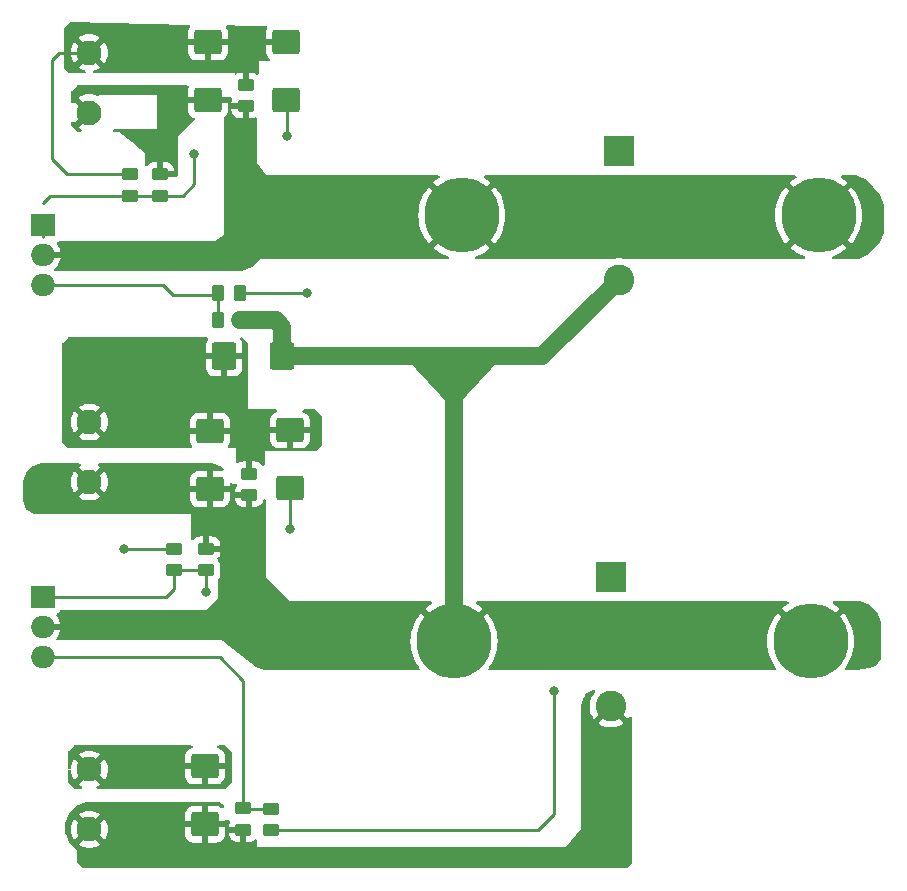
<source format=gbr>
%TF.GenerationSoftware,KiCad,Pcbnew,(6.0.5)*%
%TF.CreationDate,2023-07-06T17:20:31+08:00*%
%TF.ProjectId,compare,636f6d70-6172-4652-9e6b-696361645f70,rev?*%
%TF.SameCoordinates,Original*%
%TF.FileFunction,Copper,L1,Top*%
%TF.FilePolarity,Positive*%
%FSLAX46Y46*%
G04 Gerber Fmt 4.6, Leading zero omitted, Abs format (unit mm)*
G04 Created by KiCad (PCBNEW (6.0.5)) date 2023-07-06 17:20:31*
%MOMM*%
%LPD*%
G01*
G04 APERTURE LIST*
G04 Aperture macros list*
%AMRoundRect*
0 Rectangle with rounded corners*
0 $1 Rounding radius*
0 $2 $3 $4 $5 $6 $7 $8 $9 X,Y pos of 4 corners*
0 Add a 4 corners polygon primitive as box body*
4,1,4,$2,$3,$4,$5,$6,$7,$8,$9,$2,$3,0*
0 Add four circle primitives for the rounded corners*
1,1,$1+$1,$2,$3*
1,1,$1+$1,$4,$5*
1,1,$1+$1,$6,$7*
1,1,$1+$1,$8,$9*
0 Add four rect primitives between the rounded corners*
20,1,$1+$1,$2,$3,$4,$5,0*
20,1,$1+$1,$4,$5,$6,$7,0*
20,1,$1+$1,$6,$7,$8,$9,0*
20,1,$1+$1,$8,$9,$2,$3,0*%
G04 Aperture macros list end*
%TA.AperFunction,NonConductor*%
%ADD10C,0.200000*%
%TD*%
%TA.AperFunction,SMDPad,CuDef*%
%ADD11RoundRect,0.250000X-0.450000X0.262500X-0.450000X-0.262500X0.450000X-0.262500X0.450000X0.262500X0*%
%TD*%
%TA.AperFunction,ComponentPad*%
%ADD12C,2.100000*%
%TD*%
%TA.AperFunction,SMDPad,CuDef*%
%ADD13RoundRect,0.250000X0.262500X0.450000X-0.262500X0.450000X-0.262500X-0.450000X0.262500X-0.450000X0*%
%TD*%
%TA.AperFunction,ComponentPad*%
%ADD14R,2.600000X2.600000*%
%TD*%
%TA.AperFunction,ComponentPad*%
%ADD15C,2.600000*%
%TD*%
%TA.AperFunction,ComponentPad*%
%ADD16C,6.350000*%
%TD*%
%TA.AperFunction,SMDPad,CuDef*%
%ADD17RoundRect,0.250000X0.450000X-0.262500X0.450000X0.262500X-0.450000X0.262500X-0.450000X-0.262500X0*%
%TD*%
%TA.AperFunction,SMDPad,CuDef*%
%ADD18RoundRect,0.250000X0.925000X-0.787500X0.925000X0.787500X-0.925000X0.787500X-0.925000X-0.787500X0*%
%TD*%
%TA.AperFunction,ComponentPad*%
%ADD19R,2.000000X1.905000*%
%TD*%
%TA.AperFunction,ComponentPad*%
%ADD20O,2.000000X1.905000*%
%TD*%
%TA.AperFunction,SMDPad,CuDef*%
%ADD21RoundRect,0.250000X-0.262500X-0.450000X0.262500X-0.450000X0.262500X0.450000X-0.262500X0.450000X0*%
%TD*%
%TA.AperFunction,SMDPad,CuDef*%
%ADD22RoundRect,0.250000X0.787500X0.925000X-0.787500X0.925000X-0.787500X-0.925000X0.787500X-0.925000X0*%
%TD*%
%TA.AperFunction,ViaPad*%
%ADD23C,0.800000*%
%TD*%
%TA.AperFunction,Conductor*%
%ADD24C,0.250000*%
%TD*%
%TA.AperFunction,Conductor*%
%ADD25C,1.500000*%
%TD*%
G04 APERTURE END LIST*
D10*
G36*
X147066000Y-91947999D02*
G01*
X147066000Y-88645999D01*
X150114000Y-88645999D01*
X147066000Y-91947999D01*
G37*
X147066000Y-91947999D02*
X147066000Y-88645999D01*
X150114000Y-88645999D01*
X147066000Y-91947999D01*
G36*
X145796000Y-91947999D02*
G01*
X142748000Y-88645999D01*
X145796000Y-88645999D01*
X145796000Y-91947999D01*
G37*
X145796000Y-91947999D02*
X142748000Y-88645999D01*
X145796000Y-88645999D01*
X145796000Y-91947999D01*
D11*
%TO.P,R10,1*%
%TO.N,VOUT*%
X121564400Y-72798299D03*
%TO.P,R10,2*%
%TO.N,Net-(C5-Pad1)*%
X121564400Y-74623299D03*
%TD*%
%TO.P,R4,1*%
%TO.N,VOUT1*%
X125476000Y-104497499D03*
%TO.P,R4,2*%
%TO.N,Net-(C2-Pad1)*%
X125476000Y-106322499D03*
%TD*%
D12*
%TO.P,J1,1,Pin_1*%
%TO.N,VOUT*%
X115595400Y-67589399D03*
%TO.P,J1,2,Pin_2*%
%TO.N,GND*%
X115595400Y-62509399D03*
%TD*%
D13*
%TO.P,R7,1*%
%TO.N,VOUT1*%
X128318900Y-85191599D03*
%TO.P,R7,2*%
%TO.N,Net-(R7-Pad2)*%
X126493900Y-85191599D03*
%TD*%
D14*
%TO.P,Q1,1,B*%
%TO.N,Net-(R2-Pad2)*%
X159766000Y-106908599D03*
D15*
%TO.P,Q1,2,E*%
%TO.N,VIN*%
X159766000Y-117828599D03*
D16*
%TO.P,Q1,3,C*%
%TO.N,VOUT1*%
X146466000Y-112358599D03*
X176666000Y-112358599D03*
%TD*%
D17*
%TO.P,R3,1*%
%TO.N,Net-(C2-Pad1)*%
X122732800Y-106322499D03*
%TO.P,R3,2*%
%TO.N,GND*%
X122732800Y-104497499D03*
%TD*%
D18*
%TO.P,C5,1*%
%TO.N,Net-(C5-Pad1)*%
X132232400Y-66545399D03*
%TO.P,C5,2*%
%TO.N,GND*%
X132232400Y-61620399D03*
%TD*%
D17*
%TO.P,R9,1*%
%TO.N,Net-(C5-Pad1)*%
X119049800Y-74648699D03*
%TO.P,R9,2*%
%TO.N,GND*%
X119049800Y-72823699D03*
%TD*%
D18*
%TO.P,C6,1*%
%TO.N,VOUT*%
X125628400Y-66557999D03*
%TO.P,C6,2*%
%TO.N,GND*%
X125628400Y-61632999D03*
%TD*%
D19*
%TO.P,U2,1,ADJ*%
%TO.N,Net-(C5-Pad1)*%
X111670400Y-77114399D03*
D20*
%TO.P,U2,2,VO*%
%TO.N,VOUT*%
X111670400Y-79654399D03*
%TO.P,U2,3,VI*%
%TO.N,Net-(R7-Pad2)*%
X111670400Y-82194399D03*
%TD*%
D17*
%TO.P,RL1,1*%
%TO.N,VOUT1*%
X129120800Y-99972499D03*
%TO.P,RL1,2*%
%TO.N,GND*%
X129120800Y-98147499D03*
%TD*%
%TO.P,R1,1*%
%TO.N,VIN*%
X128627500Y-128318899D03*
%TO.P,R1,2*%
%TO.N,Net-(R1-Pad2)*%
X128627500Y-126493899D03*
%TD*%
D14*
%TO.P,Q2,1,B*%
%TO.N,Net-(R8-Pad2)*%
X160429800Y-70826199D03*
D15*
%TO.P,Q2,2,E*%
%TO.N,VOUT1*%
X160429800Y-81746199D03*
D16*
%TO.P,Q2,3,C*%
%TO.N,VOUT*%
X147129800Y-76276199D03*
X177329800Y-76276199D03*
%TD*%
D19*
%TO.P,U1,1,ADJ*%
%TO.N,Net-(C2-Pad1)*%
X111653200Y-108584999D03*
D20*
%TO.P,U1,2,VO*%
%TO.N,VOUT1*%
X111653200Y-111124999D03*
%TO.P,U1,3,VI*%
%TO.N,Net-(R1-Pad2)*%
X111653200Y-113664999D03*
%TD*%
D12*
%TO.P,J2,1,Pin_1*%
%TO.N,VIN*%
X115595400Y-128269999D03*
%TO.P,J2,2,Pin_2*%
%TO.N,GND*%
X115595400Y-123189999D03*
%TD*%
D18*
%TO.P,C2,1*%
%TO.N,Net-(C2-Pad1)*%
X132562600Y-99388899D03*
%TO.P,C2,2*%
%TO.N,GND*%
X132562600Y-94463899D03*
%TD*%
D21*
%TO.P,R8,1*%
%TO.N,Net-(R7-Pad2)*%
X126493900Y-82905599D03*
%TO.P,R8,2*%
%TO.N,Net-(R8-Pad2)*%
X128318900Y-82905599D03*
%TD*%
D18*
%TO.P,C1,1*%
%TO.N,VIN*%
X125376300Y-127851399D03*
%TO.P,C1,2*%
%TO.N,GND*%
X125376300Y-122926399D03*
%TD*%
D17*
%TO.P,RL2,1*%
%TO.N,VOUT*%
X128828800Y-67054099D03*
%TO.P,RL2,2*%
%TO.N,GND*%
X128828800Y-65229099D03*
%TD*%
D22*
%TO.P,C4,1*%
%TO.N,VOUT1*%
X131938900Y-88239599D03*
%TO.P,C4,2*%
%TO.N,GND*%
X127013900Y-88239599D03*
%TD*%
D12*
%TO.P,J3,1,Pin_1*%
%TO.N,VOUT1*%
X115595400Y-98869499D03*
%TO.P,J3,2,Pin_2*%
%TO.N,GND*%
X115595400Y-93789499D03*
%TD*%
D18*
%TO.P,C3,1*%
%TO.N,VOUT1*%
X125806200Y-99465099D03*
%TO.P,C3,2*%
%TO.N,GND*%
X125806200Y-94540099D03*
%TD*%
D11*
%TO.P,R2,1*%
%TO.N,Net-(R1-Pad2)*%
X130938900Y-126546599D03*
%TO.P,R2,2*%
%TO.N,Net-(R2-Pad2)*%
X130938900Y-128371599D03*
%TD*%
D23*
%TO.N,GND*%
X118491000Y-104520999D03*
X118491000Y-104520999D03*
%TO.N,Net-(C2-Pad1)*%
X125476000Y-108203999D03*
X132588000Y-102869999D03*
%TO.N,Net-(C5-Pad1)*%
X124460000Y-71119999D03*
X132334000Y-69595999D03*
%TO.N,Net-(R2-Pad2)*%
X154940000Y-116585999D03*
%TO.N,Net-(R8-Pad2)*%
X134010400Y-82905599D03*
%TD*%
D24*
%TO.N,GND*%
X119049800Y-72823699D02*
X113717700Y-72823699D01*
X112395000Y-71500999D02*
X112395000Y-63118999D01*
X112395000Y-63118999D02*
X113004600Y-62509399D01*
X118491000Y-104520999D02*
X118514500Y-104497499D01*
X113004600Y-62509399D02*
X115595400Y-62509399D01*
X113717700Y-72823699D02*
X112395000Y-71500999D01*
X122732800Y-104497499D02*
X118491000Y-104520999D01*
%TO.N,Net-(C2-Pad1)*%
X132562600Y-99388899D02*
X132562600Y-102844599D01*
X111653200Y-108584999D02*
X122047000Y-108584999D01*
X122732800Y-107899199D02*
X122732800Y-106322499D01*
X122047000Y-108584999D02*
X122732800Y-107899199D01*
X132562600Y-102844599D02*
X132588000Y-102869999D01*
X125476000Y-106322499D02*
X125476000Y-108203999D01*
X122732800Y-106322499D02*
X125476000Y-106322499D01*
%TO.N,Net-(C5-Pad1)*%
X132334000Y-66646999D02*
X132232400Y-66545399D01*
X121539000Y-74648699D02*
X121564400Y-74623299D01*
X121617100Y-74675999D02*
X121564400Y-74623299D01*
X111670400Y-76289600D02*
X111670400Y-78130400D01*
X124460000Y-73659999D02*
X124460000Y-71119999D01*
X119049800Y-74648699D02*
X121539000Y-74648699D01*
X132334000Y-69595999D02*
X132334000Y-66646999D01*
X119049800Y-74648699D02*
X112295300Y-74648699D01*
X112295300Y-74648699D02*
X111670400Y-75273599D01*
X123496700Y-74623299D02*
X124460000Y-73659999D01*
X121564400Y-74623299D02*
X123496700Y-74623299D01*
D25*
%TO.N,VOUT1*%
X146466000Y-112358599D02*
X146466000Y-88553999D01*
X131938900Y-85710899D02*
X131938900Y-88239599D01*
X153936400Y-88239599D02*
X160429800Y-81746199D01*
X131938900Y-88239599D02*
X146151600Y-88239599D01*
X128318900Y-85191599D02*
X131419600Y-85191599D01*
X146151600Y-88239599D02*
X153936400Y-88239599D01*
X131419600Y-85191599D02*
X131938900Y-85710899D01*
D24*
%TO.N,Net-(R1-Pad2)*%
X128627500Y-126493899D02*
X128627500Y-115673499D01*
X128627500Y-115673499D02*
X126619000Y-113664999D01*
X126619000Y-113664999D02*
X111653200Y-113664999D01*
X128680200Y-126546599D02*
X128627500Y-126493899D01*
X130938900Y-126546599D02*
X128680200Y-126546599D01*
%TO.N,Net-(R7-Pad2)*%
X126493900Y-82905599D02*
X126493900Y-85191599D01*
X126341500Y-83057999D02*
X126493900Y-82905599D01*
X121818400Y-82194399D02*
X122682000Y-83057999D01*
X111670400Y-82194399D02*
X121818400Y-82194399D01*
X122682000Y-83057999D02*
X126341500Y-83057999D01*
%TO.N,Net-(R2-Pad2)*%
X130938900Y-128371599D02*
X153568400Y-128371599D01*
X153568400Y-128371599D02*
X154940000Y-126999999D01*
X154940000Y-126999999D02*
X154940000Y-116585999D01*
%TO.N,Net-(R8-Pad2)*%
X134112000Y-82803999D02*
X134010400Y-82905599D01*
X128318900Y-82905599D02*
X134010400Y-82905599D01*
%TD*%
%TA.AperFunction,Conductor*%
%TO.N,VOUT1*%
G36*
X127762000Y-99059999D02*
G01*
X128080419Y-99059999D01*
X128092555Y-99069779D01*
X128114976Y-99137143D01*
X128097418Y-99205934D01*
X128078229Y-99230658D01*
X128077061Y-99231828D01*
X128068049Y-99243239D01*
X127982984Y-99381242D01*
X127976837Y-99394423D01*
X127925662Y-99548709D01*
X127922795Y-99562085D01*
X127913128Y-99656437D01*
X127912800Y-99662854D01*
X127912800Y-99700384D01*
X127917275Y-99715623D01*
X127918665Y-99716828D01*
X127926348Y-99718499D01*
X129248800Y-99718499D01*
X129316921Y-99738501D01*
X129363414Y-99792157D01*
X129374800Y-99844499D01*
X129374800Y-100974883D01*
X129379275Y-100990122D01*
X129380665Y-100991327D01*
X129388348Y-100992998D01*
X129617895Y-100992998D01*
X129624414Y-100992661D01*
X129720006Y-100982742D01*
X129733400Y-100979850D01*
X129887584Y-100928411D01*
X129900762Y-100922238D01*
X130038607Y-100836936D01*
X130050008Y-100827900D01*
X130164539Y-100713170D01*
X130173551Y-100701759D01*
X130258616Y-100563756D01*
X130264763Y-100550575D01*
X130310407Y-100412964D01*
X130350838Y-100354605D01*
X130416402Y-100327368D01*
X130486284Y-100339902D01*
X130538296Y-100388226D01*
X130556000Y-100452632D01*
X130556000Y-105409999D01*
X126405336Y-105409999D01*
X126408461Y-105365758D01*
X126437382Y-105320670D01*
X126519739Y-105238170D01*
X126528751Y-105226759D01*
X126613816Y-105088756D01*
X126619963Y-105075575D01*
X126671138Y-104921289D01*
X126674005Y-104907913D01*
X126683672Y-104813561D01*
X126684000Y-104807145D01*
X126684000Y-104769614D01*
X126679525Y-104754375D01*
X126678135Y-104753170D01*
X126670452Y-104751499D01*
X125348000Y-104751499D01*
X125279879Y-104731497D01*
X125233386Y-104677841D01*
X125222000Y-104625499D01*
X125222000Y-104225384D01*
X125730000Y-104225384D01*
X125734475Y-104240623D01*
X125735865Y-104241828D01*
X125743548Y-104243499D01*
X126665884Y-104243499D01*
X126681123Y-104239024D01*
X126682328Y-104237634D01*
X126683999Y-104229951D01*
X126683999Y-104187904D01*
X126683662Y-104181385D01*
X126673743Y-104085793D01*
X126670851Y-104072399D01*
X126619412Y-103918215D01*
X126613239Y-103905037D01*
X126527937Y-103767192D01*
X126518901Y-103755791D01*
X126404171Y-103641260D01*
X126392760Y-103632248D01*
X126254757Y-103547183D01*
X126241576Y-103541036D01*
X126087290Y-103489861D01*
X126073914Y-103486994D01*
X125979562Y-103477327D01*
X125973145Y-103476999D01*
X125748115Y-103476999D01*
X125732876Y-103481474D01*
X125731671Y-103482864D01*
X125730000Y-103490547D01*
X125730000Y-104225384D01*
X125222000Y-104225384D01*
X125222000Y-103495115D01*
X125217525Y-103479876D01*
X125216135Y-103478671D01*
X125208452Y-103477000D01*
X124978905Y-103477000D01*
X124972386Y-103477337D01*
X124876794Y-103487256D01*
X124863400Y-103490148D01*
X124709216Y-103541587D01*
X124696038Y-103547760D01*
X124558193Y-103633062D01*
X124546792Y-103642098D01*
X124432263Y-103756826D01*
X124430881Y-103758576D01*
X124429632Y-103759461D01*
X124427090Y-103762008D01*
X124426654Y-103761573D01*
X124372963Y-103799637D01*
X124302040Y-103802868D01*
X124240629Y-103767242D01*
X124208228Y-103704071D01*
X124206000Y-103680482D01*
X124206000Y-100602015D01*
X124279263Y-100720406D01*
X124288299Y-100731807D01*
X124403029Y-100846338D01*
X124414440Y-100855350D01*
X124552443Y-100940415D01*
X124565624Y-100946562D01*
X124719910Y-100997737D01*
X124733286Y-101000604D01*
X124827638Y-101010271D01*
X124834054Y-101010599D01*
X125534085Y-101010599D01*
X125549324Y-101006124D01*
X125550529Y-101004734D01*
X125552200Y-100997051D01*
X125552200Y-100992483D01*
X126060200Y-100992483D01*
X126064675Y-101007722D01*
X126066065Y-101008927D01*
X126073748Y-101010598D01*
X126778295Y-101010598D01*
X126784814Y-101010261D01*
X126880406Y-101000342D01*
X126893800Y-100997450D01*
X127047984Y-100946011D01*
X127061162Y-100939838D01*
X127199007Y-100854536D01*
X127210408Y-100845500D01*
X127324939Y-100730770D01*
X127333951Y-100719359D01*
X127419016Y-100581356D01*
X127425163Y-100568175D01*
X127476338Y-100413889D01*
X127479205Y-100400513D01*
X127488872Y-100306161D01*
X127489200Y-100299745D01*
X127489200Y-100282094D01*
X127912801Y-100282094D01*
X127913138Y-100288613D01*
X127923057Y-100384205D01*
X127925949Y-100397599D01*
X127977388Y-100551783D01*
X127983561Y-100564961D01*
X128068863Y-100702806D01*
X128077899Y-100714207D01*
X128192629Y-100828738D01*
X128204040Y-100837750D01*
X128342043Y-100922815D01*
X128355224Y-100928962D01*
X128509510Y-100980137D01*
X128522886Y-100983004D01*
X128617238Y-100992671D01*
X128623654Y-100992999D01*
X128848685Y-100992999D01*
X128863924Y-100988524D01*
X128865129Y-100987134D01*
X128866800Y-100979451D01*
X128866800Y-100244614D01*
X128862325Y-100229375D01*
X128860935Y-100228170D01*
X128853252Y-100226499D01*
X127930916Y-100226499D01*
X127915677Y-100230974D01*
X127914472Y-100232364D01*
X127912801Y-100240047D01*
X127912801Y-100282094D01*
X127489200Y-100282094D01*
X127489200Y-99737214D01*
X127484725Y-99721975D01*
X127483335Y-99720770D01*
X127475652Y-99719099D01*
X126078315Y-99719099D01*
X126063076Y-99723574D01*
X126061871Y-99724964D01*
X126060200Y-99732647D01*
X126060200Y-100992483D01*
X125552200Y-100992483D01*
X125552200Y-99337099D01*
X125572202Y-99268978D01*
X125625858Y-99222485D01*
X125678200Y-99211099D01*
X127471084Y-99211099D01*
X127486323Y-99206624D01*
X127487528Y-99205234D01*
X127489199Y-99197551D01*
X127489199Y-98986784D01*
X127509201Y-98918663D01*
X127562857Y-98872170D01*
X127572749Y-98870748D01*
X127762000Y-99059999D01*
G37*
%TD.AperFunction*%
%TD*%
%TA.AperFunction,Conductor*%
%TO.N,VIN*%
G36*
X158378740Y-116468981D02*
G01*
X158419205Y-116527317D01*
X158421707Y-116598270D01*
X158396509Y-116647623D01*
X158292941Y-116772150D01*
X158287529Y-116779737D01*
X158152965Y-117001490D01*
X158148736Y-117009791D01*
X158048432Y-117248988D01*
X158045471Y-117257838D01*
X157981628Y-117509224D01*
X157980006Y-117518421D01*
X157954020Y-117776484D01*
X157953775Y-117785810D01*
X157966220Y-118044887D01*
X157967356Y-118054142D01*
X158017961Y-118308544D01*
X158020449Y-118317516D01*
X158108095Y-118561632D01*
X158111895Y-118570167D01*
X158234658Y-118798641D01*
X158239666Y-118806503D01*
X158309720Y-118900315D01*
X158320979Y-118908764D01*
X158333397Y-118901992D01*
X159676905Y-117558484D01*
X159739217Y-117524458D01*
X159810032Y-117529523D01*
X159855095Y-117558484D01*
X161202094Y-118905483D01*
X161214474Y-118912243D01*
X161222815Y-118905999D01*
X161312029Y-118767301D01*
X161365703Y-118720830D01*
X161435981Y-118710754D01*
X161500550Y-118740272D01*
X161538910Y-118800014D01*
X161544000Y-118835464D01*
X161544000Y-131019809D01*
X161523998Y-131087930D01*
X161507095Y-131108904D01*
X161080905Y-131535094D01*
X161018593Y-131569120D01*
X160991810Y-131571999D01*
X115106190Y-131571999D01*
X115038069Y-131551997D01*
X115017095Y-131535094D01*
X114590905Y-131108904D01*
X114556879Y-131046592D01*
X114554000Y-131019809D01*
X114554000Y-129793999D01*
X115269376Y-129793999D01*
X115346108Y-129812421D01*
X115355855Y-129813964D01*
X115590470Y-129832429D01*
X115600330Y-129832429D01*
X115834945Y-129813964D01*
X115844692Y-129812421D01*
X115921424Y-129793999D01*
X155956000Y-129793999D01*
X157226000Y-128269999D01*
X157226000Y-119273505D01*
X158685839Y-119273505D01*
X158694553Y-119285026D01*
X158801452Y-119363408D01*
X158809351Y-119368344D01*
X159038905Y-119489118D01*
X159047454Y-119492835D01*
X159292327Y-119578348D01*
X159301336Y-119580762D01*
X159556166Y-119629143D01*
X159565423Y-119630197D01*
X159824607Y-119640382D01*
X159833921Y-119640056D01*
X160091753Y-119611819D01*
X160100930Y-119610118D01*
X160351758Y-119544080D01*
X160360574Y-119541044D01*
X160598880Y-119438661D01*
X160607167Y-119434347D01*
X160827718Y-119297865D01*
X160835268Y-119292379D01*
X160840559Y-119287900D01*
X160848997Y-119275096D01*
X160842935Y-119264744D01*
X159778812Y-118200621D01*
X159764868Y-118193007D01*
X159763035Y-118193138D01*
X159756420Y-118197389D01*
X158692497Y-119261312D01*
X158685839Y-119273505D01*
X157226000Y-119273505D01*
X157226000Y-117868446D01*
X157232466Y-117828601D01*
X157425670Y-117248988D01*
X157519535Y-116967394D01*
X157538267Y-116931643D01*
X157670153Y-116755795D01*
X157714604Y-116718697D01*
X158243286Y-116454356D01*
X158313160Y-116441782D01*
X158378740Y-116468981D01*
G37*
%TD.AperFunction*%
%TD*%
%TA.AperFunction,Conductor*%
%TO.N,GND*%
G36*
X125619007Y-86634001D02*
G01*
X125665500Y-86687657D01*
X125675604Y-86757931D01*
X125646110Y-86822511D01*
X125640059Y-86829017D01*
X125632661Y-86836427D01*
X125623649Y-86847839D01*
X125538584Y-86985842D01*
X125532437Y-86999023D01*
X125481262Y-87153309D01*
X125478395Y-87166685D01*
X125468728Y-87261037D01*
X125468400Y-87267454D01*
X125468400Y-87967484D01*
X125472875Y-87982723D01*
X125474265Y-87983928D01*
X125481948Y-87985599D01*
X128541284Y-87985599D01*
X128556523Y-87981124D01*
X128557728Y-87979734D01*
X128559399Y-87972051D01*
X128559399Y-87267504D01*
X128559062Y-87260985D01*
X128549143Y-87165393D01*
X128546251Y-87151999D01*
X128494812Y-86997815D01*
X128488639Y-86984637D01*
X128403337Y-86846792D01*
X128394301Y-86835391D01*
X128388072Y-86829173D01*
X128353992Y-86766890D01*
X128358995Y-86696070D01*
X128401492Y-86639197D01*
X128467990Y-86614328D01*
X128477089Y-86613999D01*
X128479810Y-86613999D01*
X128547931Y-86634001D01*
X128568905Y-86650904D01*
X128995095Y-87077094D01*
X129029121Y-87139406D01*
X129032000Y-87166189D01*
X129032000Y-92709999D01*
X131363261Y-92709999D01*
X131431382Y-92730001D01*
X131477875Y-92783657D01*
X131487979Y-92853931D01*
X131458485Y-92918511D01*
X131403137Y-92955523D01*
X131320816Y-92982987D01*
X131307638Y-92989160D01*
X131169793Y-93074462D01*
X131158392Y-93083498D01*
X131043861Y-93198228D01*
X131034849Y-93209639D01*
X130949784Y-93347642D01*
X130943637Y-93360823D01*
X130892462Y-93515109D01*
X130889595Y-93528485D01*
X130879928Y-93622837D01*
X130879600Y-93629254D01*
X130879600Y-94191784D01*
X130884075Y-94207023D01*
X130885465Y-94208228D01*
X130893148Y-94209899D01*
X134227484Y-94209899D01*
X134242723Y-94205424D01*
X134243928Y-94204034D01*
X134245599Y-94196351D01*
X134245599Y-93629304D01*
X134245262Y-93622785D01*
X134235343Y-93527193D01*
X134232451Y-93513799D01*
X134181012Y-93359615D01*
X134174839Y-93346437D01*
X134089537Y-93208592D01*
X134080501Y-93197191D01*
X133965771Y-93082660D01*
X133954360Y-93073648D01*
X133816357Y-92988583D01*
X133803174Y-92982435D01*
X133722245Y-92955592D01*
X133663885Y-92915161D01*
X133636648Y-92849597D01*
X133649182Y-92779715D01*
X133697506Y-92727704D01*
X133761912Y-92709999D01*
X134702810Y-92709999D01*
X134770931Y-92730001D01*
X134791905Y-92746904D01*
X135218095Y-93173094D01*
X135252121Y-93235406D01*
X135255000Y-93262189D01*
X135255000Y-95713809D01*
X135234998Y-95781930D01*
X135218095Y-95802904D01*
X134791905Y-96229094D01*
X134729593Y-96263120D01*
X134702810Y-96265999D01*
X130429000Y-96265999D01*
X130429000Y-97388249D01*
X130408998Y-97456370D01*
X130355342Y-97502863D01*
X130285068Y-97512967D01*
X130220488Y-97483473D01*
X130195856Y-97454552D01*
X130172737Y-97417192D01*
X130163701Y-97405791D01*
X130048971Y-97291260D01*
X130037560Y-97282248D01*
X129899557Y-97197183D01*
X129886376Y-97191036D01*
X129732090Y-97139861D01*
X129718714Y-97136994D01*
X129624362Y-97127327D01*
X129617945Y-97126999D01*
X129392915Y-97126999D01*
X129377676Y-97131474D01*
X129376471Y-97132864D01*
X129374800Y-97140547D01*
X129374800Y-98170999D01*
X128866800Y-98170999D01*
X128866800Y-97145115D01*
X128862325Y-97129876D01*
X128860935Y-97128671D01*
X128853252Y-97127000D01*
X128623705Y-97127000D01*
X128617186Y-97127337D01*
X128521594Y-97137256D01*
X128508200Y-97140148D01*
X128354016Y-97191587D01*
X128340838Y-97197760D01*
X128208303Y-97279776D01*
X128139851Y-97298614D01*
X128072082Y-97277453D01*
X128026510Y-97223012D01*
X128016000Y-97172632D01*
X128016000Y-96011999D01*
X127422133Y-96011999D01*
X127354012Y-95991997D01*
X127307519Y-95938341D01*
X127297415Y-95868067D01*
X127323252Y-95807906D01*
X127333950Y-95794360D01*
X127419016Y-95656356D01*
X127425163Y-95643175D01*
X127476338Y-95488889D01*
X127479205Y-95475513D01*
X127488872Y-95381161D01*
X127489200Y-95374745D01*
X127489200Y-95298494D01*
X130879601Y-95298494D01*
X130879938Y-95305013D01*
X130889857Y-95400605D01*
X130892749Y-95413999D01*
X130944188Y-95568183D01*
X130950361Y-95581361D01*
X131035663Y-95719206D01*
X131044699Y-95730607D01*
X131159429Y-95845138D01*
X131170840Y-95854150D01*
X131308843Y-95939215D01*
X131322024Y-95945362D01*
X131476310Y-95996537D01*
X131489686Y-95999404D01*
X131584038Y-96009071D01*
X131590454Y-96009399D01*
X132290485Y-96009399D01*
X132305724Y-96004924D01*
X132306929Y-96003534D01*
X132308600Y-95995851D01*
X132308600Y-95991283D01*
X132816600Y-95991283D01*
X132821075Y-96006522D01*
X132822465Y-96007727D01*
X132830148Y-96009398D01*
X133534695Y-96009398D01*
X133541214Y-96009061D01*
X133636806Y-95999142D01*
X133650200Y-95996250D01*
X133804384Y-95944811D01*
X133817562Y-95938638D01*
X133955407Y-95853336D01*
X133966808Y-95844300D01*
X134081339Y-95729570D01*
X134090351Y-95718159D01*
X134175416Y-95580156D01*
X134181563Y-95566975D01*
X134232738Y-95412689D01*
X134235605Y-95399313D01*
X134245272Y-95304961D01*
X134245600Y-95298545D01*
X134245600Y-94736014D01*
X134241125Y-94720775D01*
X134239735Y-94719570D01*
X134232052Y-94717899D01*
X132834715Y-94717899D01*
X132819476Y-94722374D01*
X132818271Y-94723764D01*
X132816600Y-94731447D01*
X132816600Y-95991283D01*
X132308600Y-95991283D01*
X132308600Y-94736014D01*
X132304125Y-94720775D01*
X132302735Y-94719570D01*
X132295052Y-94717899D01*
X130897716Y-94717899D01*
X130882477Y-94722374D01*
X130881272Y-94723764D01*
X130879601Y-94731447D01*
X130879601Y-95298494D01*
X127489200Y-95298494D01*
X127489200Y-94812214D01*
X127484725Y-94796975D01*
X127483335Y-94795770D01*
X127475652Y-94794099D01*
X124141316Y-94794099D01*
X124126077Y-94798574D01*
X124124872Y-94799964D01*
X124123201Y-94807647D01*
X124123201Y-95374694D01*
X124123538Y-95381213D01*
X124133457Y-95476805D01*
X124136349Y-95490199D01*
X124187788Y-95644383D01*
X124193961Y-95657561D01*
X124279266Y-95795411D01*
X124289035Y-95807737D01*
X124315671Y-95873548D01*
X124302499Y-95943312D01*
X124253700Y-95994879D01*
X124190288Y-96011999D01*
X113836190Y-96011999D01*
X113768069Y-95991997D01*
X113747095Y-95975094D01*
X113320905Y-95548904D01*
X113286879Y-95486592D01*
X113284000Y-95459809D01*
X113284000Y-95058529D01*
X114691200Y-95058529D01*
X114696927Y-95066179D01*
X114881672Y-95179392D01*
X114890467Y-95183874D01*
X115107890Y-95273933D01*
X115117275Y-95276982D01*
X115346108Y-95331921D01*
X115355855Y-95333464D01*
X115590470Y-95351929D01*
X115600330Y-95351929D01*
X115834945Y-95333464D01*
X115844692Y-95331921D01*
X116073525Y-95276982D01*
X116082910Y-95273933D01*
X116300333Y-95183874D01*
X116309128Y-95179392D01*
X116490205Y-95068427D01*
X116499667Y-95057969D01*
X116495884Y-95049193D01*
X115608212Y-94161521D01*
X115594268Y-94153907D01*
X115592435Y-94154038D01*
X115585820Y-94158289D01*
X114697960Y-95046149D01*
X114691200Y-95058529D01*
X113284000Y-95058529D01*
X113284000Y-93794429D01*
X114032970Y-93794429D01*
X114051435Y-94029044D01*
X114052978Y-94038791D01*
X114107917Y-94267624D01*
X114110966Y-94277009D01*
X114201025Y-94494432D01*
X114205507Y-94503227D01*
X114316472Y-94684304D01*
X114326930Y-94693766D01*
X114335706Y-94689983D01*
X115223378Y-93802311D01*
X115229756Y-93790631D01*
X115959808Y-93790631D01*
X115959939Y-93792464D01*
X115964190Y-93799079D01*
X116852050Y-94686939D01*
X116864430Y-94693699D01*
X116872080Y-94687972D01*
X116985293Y-94503227D01*
X116989775Y-94494432D01*
X117079834Y-94277009D01*
X117082766Y-94267984D01*
X124123200Y-94267984D01*
X124127675Y-94283223D01*
X124129065Y-94284428D01*
X124136748Y-94286099D01*
X125534085Y-94286099D01*
X125549324Y-94281624D01*
X125550529Y-94280234D01*
X125552200Y-94272551D01*
X125552200Y-94267984D01*
X126060200Y-94267984D01*
X126064675Y-94283223D01*
X126066065Y-94284428D01*
X126073748Y-94286099D01*
X127471084Y-94286099D01*
X127486323Y-94281624D01*
X127487528Y-94280234D01*
X127489199Y-94272551D01*
X127489199Y-93705504D01*
X127488862Y-93698985D01*
X127478943Y-93603393D01*
X127476051Y-93589999D01*
X127424612Y-93435815D01*
X127418439Y-93422637D01*
X127333137Y-93284792D01*
X127324101Y-93273391D01*
X127209371Y-93158860D01*
X127197960Y-93149848D01*
X127059957Y-93064783D01*
X127046776Y-93058636D01*
X126892490Y-93007461D01*
X126879114Y-93004594D01*
X126784762Y-92994927D01*
X126778345Y-92994599D01*
X126078315Y-92994599D01*
X126063076Y-92999074D01*
X126061871Y-93000464D01*
X126060200Y-93008147D01*
X126060200Y-94267984D01*
X125552200Y-94267984D01*
X125552200Y-93012715D01*
X125547725Y-92997476D01*
X125546335Y-92996271D01*
X125538652Y-92994600D01*
X124834105Y-92994600D01*
X124827586Y-92994937D01*
X124731994Y-93004856D01*
X124718600Y-93007748D01*
X124564416Y-93059187D01*
X124551238Y-93065360D01*
X124413393Y-93150662D01*
X124401992Y-93159698D01*
X124287461Y-93274428D01*
X124278449Y-93285839D01*
X124193384Y-93423842D01*
X124187237Y-93437023D01*
X124136062Y-93591309D01*
X124133195Y-93604685D01*
X124123528Y-93699037D01*
X124123200Y-93705454D01*
X124123200Y-94267984D01*
X117082766Y-94267984D01*
X117082883Y-94267624D01*
X117137822Y-94038791D01*
X117139365Y-94029044D01*
X117157830Y-93794429D01*
X117157830Y-93784569D01*
X117139365Y-93549954D01*
X117137822Y-93540207D01*
X117082883Y-93311374D01*
X117079834Y-93301989D01*
X116989775Y-93084566D01*
X116985293Y-93075771D01*
X116874328Y-92894694D01*
X116863870Y-92885232D01*
X116855094Y-92889015D01*
X115967422Y-93776687D01*
X115959808Y-93790631D01*
X115229756Y-93790631D01*
X115230992Y-93788367D01*
X115230861Y-93786534D01*
X115226610Y-93779919D01*
X114338750Y-92892059D01*
X114326370Y-92885299D01*
X114318720Y-92891026D01*
X114205507Y-93075771D01*
X114201025Y-93084566D01*
X114110966Y-93301989D01*
X114107917Y-93311374D01*
X114052978Y-93540207D01*
X114051435Y-93549954D01*
X114032970Y-93784569D01*
X114032970Y-93794429D01*
X113284000Y-93794429D01*
X113284000Y-92521029D01*
X114691133Y-92521029D01*
X114694916Y-92529805D01*
X115582588Y-93417477D01*
X115596532Y-93425091D01*
X115598365Y-93424960D01*
X115604980Y-93420709D01*
X116492840Y-92532849D01*
X116499600Y-92520469D01*
X116493873Y-92512819D01*
X116309128Y-92399606D01*
X116300333Y-92395124D01*
X116082910Y-92305065D01*
X116073525Y-92302016D01*
X115844692Y-92247077D01*
X115834945Y-92245534D01*
X115600330Y-92227069D01*
X115590470Y-92227069D01*
X115355855Y-92245534D01*
X115346108Y-92247077D01*
X115117275Y-92302016D01*
X115107890Y-92305065D01*
X114890467Y-92395124D01*
X114881672Y-92399606D01*
X114700595Y-92510571D01*
X114691133Y-92521029D01*
X113284000Y-92521029D01*
X113284000Y-89211694D01*
X125468401Y-89211694D01*
X125468738Y-89218213D01*
X125478657Y-89313805D01*
X125481549Y-89327199D01*
X125532988Y-89481383D01*
X125539161Y-89494561D01*
X125624463Y-89632406D01*
X125633499Y-89643807D01*
X125748229Y-89758338D01*
X125759640Y-89767350D01*
X125897643Y-89852415D01*
X125910824Y-89858562D01*
X126065110Y-89909737D01*
X126078486Y-89912604D01*
X126172838Y-89922271D01*
X126179254Y-89922599D01*
X126741785Y-89922599D01*
X126757024Y-89918124D01*
X126758229Y-89916734D01*
X126759900Y-89909051D01*
X126759900Y-89904483D01*
X127267900Y-89904483D01*
X127272375Y-89919722D01*
X127273765Y-89920927D01*
X127281448Y-89922598D01*
X127848495Y-89922598D01*
X127855014Y-89922261D01*
X127950606Y-89912342D01*
X127964000Y-89909450D01*
X128118184Y-89858011D01*
X128131362Y-89851838D01*
X128269207Y-89766536D01*
X128280608Y-89757500D01*
X128395139Y-89642770D01*
X128404151Y-89631359D01*
X128489216Y-89493356D01*
X128495363Y-89480175D01*
X128546538Y-89325889D01*
X128549405Y-89312513D01*
X128559072Y-89218161D01*
X128559400Y-89211745D01*
X128559400Y-88511714D01*
X128554925Y-88496475D01*
X128553535Y-88495270D01*
X128545852Y-88493599D01*
X127286015Y-88493599D01*
X127270776Y-88498074D01*
X127269571Y-88499464D01*
X127267900Y-88507147D01*
X127267900Y-89904483D01*
X126759900Y-89904483D01*
X126759900Y-88511714D01*
X126755425Y-88496475D01*
X126754035Y-88495270D01*
X126746352Y-88493599D01*
X125486516Y-88493599D01*
X125471277Y-88498074D01*
X125470072Y-88499464D01*
X125468401Y-88507147D01*
X125468401Y-89211694D01*
X113284000Y-89211694D01*
X113284000Y-87166189D01*
X113304002Y-87098068D01*
X113320905Y-87077094D01*
X113747095Y-86650904D01*
X113809407Y-86616878D01*
X113836190Y-86613999D01*
X125550886Y-86613999D01*
X125619007Y-86634001D01*
G37*
%TD.AperFunction*%
%TD*%
%TA.AperFunction,Conductor*%
%TO.N,GND*%
G36*
X124034407Y-60140729D02*
G01*
X124102144Y-60161987D01*
X124147635Y-60216495D01*
X124156436Y-60286944D01*
X124121244Y-60355724D01*
X124109665Y-60367323D01*
X124100649Y-60378739D01*
X124015584Y-60516742D01*
X124009437Y-60529923D01*
X123958262Y-60684209D01*
X123955395Y-60697585D01*
X123945728Y-60791937D01*
X123945400Y-60798354D01*
X123945400Y-61360884D01*
X123949875Y-61376123D01*
X123951265Y-61377328D01*
X123958948Y-61378999D01*
X127293284Y-61378999D01*
X127308523Y-61374524D01*
X127309728Y-61373134D01*
X127311399Y-61365451D01*
X127311399Y-60798404D01*
X127311062Y-60791885D01*
X127301143Y-60696293D01*
X127298251Y-60682899D01*
X127246812Y-60528715D01*
X127240638Y-60515536D01*
X127164815Y-60393007D01*
X127145977Y-60324555D01*
X127167138Y-60256785D01*
X127221579Y-60211214D01*
X127274290Y-60200726D01*
X128633288Y-60225893D01*
X130545930Y-60261313D01*
X130613669Y-60282573D01*
X130659160Y-60337080D01*
X130667961Y-60407529D01*
X130650857Y-60453407D01*
X130619584Y-60504142D01*
X130613437Y-60517323D01*
X130562262Y-60671609D01*
X130559395Y-60684985D01*
X130549728Y-60779337D01*
X130549400Y-60785754D01*
X130549400Y-61348284D01*
X130553875Y-61363523D01*
X130555265Y-61364728D01*
X130562948Y-61366399D01*
X132360400Y-61366399D01*
X132428521Y-61386401D01*
X132475014Y-61440057D01*
X132486400Y-61492399D01*
X132486400Y-61748399D01*
X132466398Y-61816520D01*
X132412742Y-61863013D01*
X132360400Y-61874399D01*
X130567516Y-61874399D01*
X130552277Y-61878874D01*
X130551072Y-61880264D01*
X130549401Y-61887947D01*
X130549401Y-62454994D01*
X130549738Y-62461513D01*
X130559657Y-62557105D01*
X130562549Y-62570499D01*
X130613988Y-62724683D01*
X130620161Y-62737861D01*
X130705463Y-62875706D01*
X130714499Y-62887107D01*
X130829229Y-63001638D01*
X130840643Y-63010652D01*
X130844030Y-63012740D01*
X130845857Y-63014770D01*
X130846385Y-63015187D01*
X130846314Y-63015277D01*
X130891523Y-63065512D01*
X130902945Y-63135584D01*
X130874671Y-63200708D01*
X130815677Y-63240207D01*
X130777913Y-63245999D01*
X129921000Y-63245999D01*
X129921000Y-64246309D01*
X129900998Y-64314430D01*
X129847342Y-64360923D01*
X129777068Y-64371027D01*
X129728884Y-64353569D01*
X129607557Y-64278783D01*
X129594376Y-64272636D01*
X129440090Y-64221461D01*
X129426714Y-64218594D01*
X129332362Y-64208927D01*
X129325945Y-64208599D01*
X129100915Y-64208599D01*
X129085676Y-64213074D01*
X129084471Y-64214464D01*
X129082800Y-64222147D01*
X129082800Y-65357099D01*
X129062798Y-65425220D01*
X129009142Y-65471713D01*
X128956800Y-65483099D01*
X128700800Y-65483099D01*
X128632679Y-65463097D01*
X128586186Y-65409441D01*
X128574800Y-65357099D01*
X128574800Y-64226715D01*
X128570325Y-64211476D01*
X128568935Y-64210271D01*
X128561252Y-64208600D01*
X128331705Y-64208600D01*
X128325186Y-64208937D01*
X128229594Y-64218856D01*
X128216200Y-64221748D01*
X128062016Y-64273187D01*
X128048838Y-64279360D01*
X127910993Y-64364662D01*
X127899592Y-64373698D01*
X127889000Y-64384308D01*
X127889000Y-64261999D01*
X116033805Y-64261999D01*
X115965684Y-64241997D01*
X115919191Y-64188341D01*
X115909087Y-64118067D01*
X115938581Y-64053487D01*
X116004391Y-64013480D01*
X116073525Y-63996882D01*
X116082910Y-63993833D01*
X116300333Y-63903774D01*
X116309128Y-63899292D01*
X116490205Y-63788327D01*
X116499667Y-63777869D01*
X116495884Y-63769093D01*
X115608212Y-62881421D01*
X115594268Y-62873807D01*
X115592435Y-62873938D01*
X115585820Y-62878189D01*
X114697960Y-63766049D01*
X114691200Y-63778429D01*
X114696927Y-63786079D01*
X114881672Y-63899292D01*
X114890467Y-63903774D01*
X115107890Y-63993833D01*
X115117275Y-63996882D01*
X115186409Y-64013480D01*
X115247978Y-64048832D01*
X115280661Y-64111859D01*
X115274080Y-64182550D01*
X115230326Y-64238461D01*
X115156995Y-64261999D01*
X113963190Y-64261999D01*
X113895069Y-64241997D01*
X113874095Y-64225094D01*
X113447905Y-63798904D01*
X113413879Y-63736592D01*
X113411000Y-63709809D01*
X113411000Y-62514329D01*
X114032970Y-62514329D01*
X114051435Y-62748944D01*
X114052978Y-62758691D01*
X114107917Y-62987524D01*
X114110966Y-62996909D01*
X114201025Y-63214332D01*
X114205507Y-63223127D01*
X114316472Y-63404204D01*
X114326930Y-63413666D01*
X114335706Y-63409883D01*
X115223378Y-62522211D01*
X115229756Y-62510531D01*
X115959808Y-62510531D01*
X115959939Y-62512364D01*
X115964190Y-62518979D01*
X116852050Y-63406839D01*
X116864430Y-63413599D01*
X116872080Y-63407872D01*
X116985293Y-63223127D01*
X116989775Y-63214332D01*
X117079834Y-62996909D01*
X117082883Y-62987524D01*
X117137822Y-62758691D01*
X117139365Y-62748944D01*
X117157830Y-62514329D01*
X117157830Y-62504469D01*
X117154928Y-62467594D01*
X123945401Y-62467594D01*
X123945738Y-62474113D01*
X123955657Y-62569705D01*
X123958549Y-62583099D01*
X124009988Y-62737283D01*
X124016161Y-62750461D01*
X124101463Y-62888306D01*
X124110499Y-62899707D01*
X124225229Y-63014238D01*
X124236640Y-63023250D01*
X124374643Y-63108315D01*
X124387824Y-63114462D01*
X124542110Y-63165637D01*
X124555486Y-63168504D01*
X124649838Y-63178171D01*
X124656254Y-63178499D01*
X125356285Y-63178499D01*
X125371524Y-63174024D01*
X125372729Y-63172634D01*
X125374400Y-63164951D01*
X125374400Y-63160383D01*
X125882400Y-63160383D01*
X125886875Y-63175622D01*
X125888265Y-63176827D01*
X125895948Y-63178498D01*
X126600495Y-63178498D01*
X126607014Y-63178161D01*
X126702606Y-63168242D01*
X126716000Y-63165350D01*
X126870184Y-63113911D01*
X126883362Y-63107738D01*
X127021207Y-63022436D01*
X127032608Y-63013400D01*
X127147139Y-62898670D01*
X127156151Y-62887259D01*
X127241216Y-62749256D01*
X127247363Y-62736075D01*
X127298538Y-62581789D01*
X127301405Y-62568413D01*
X127311072Y-62474061D01*
X127311400Y-62467645D01*
X127311400Y-61905114D01*
X127306925Y-61889875D01*
X127305535Y-61888670D01*
X127297852Y-61886999D01*
X125900515Y-61886999D01*
X125885276Y-61891474D01*
X125884071Y-61892864D01*
X125882400Y-61900547D01*
X125882400Y-63160383D01*
X125374400Y-63160383D01*
X125374400Y-61905114D01*
X125369925Y-61889875D01*
X125368535Y-61888670D01*
X125360852Y-61886999D01*
X123963516Y-61886999D01*
X123948277Y-61891474D01*
X123947072Y-61892864D01*
X123945401Y-61900547D01*
X123945401Y-62467594D01*
X117154928Y-62467594D01*
X117139365Y-62269854D01*
X117137822Y-62260107D01*
X117082883Y-62031274D01*
X117079834Y-62021889D01*
X116989775Y-61804466D01*
X116985293Y-61795671D01*
X116874328Y-61614594D01*
X116863870Y-61605132D01*
X116855094Y-61608915D01*
X115967422Y-62496587D01*
X115959808Y-62510531D01*
X115229756Y-62510531D01*
X115230992Y-62508267D01*
X115230861Y-62506434D01*
X115226610Y-62499819D01*
X114338750Y-61611959D01*
X114326370Y-61605199D01*
X114318720Y-61610926D01*
X114205507Y-61795671D01*
X114201025Y-61804466D01*
X114110966Y-62021889D01*
X114107917Y-62031274D01*
X114052978Y-62260107D01*
X114051435Y-62269854D01*
X114032970Y-62504469D01*
X114032970Y-62514329D01*
X113411000Y-62514329D01*
X113411000Y-61240929D01*
X114691133Y-61240929D01*
X114694916Y-61249705D01*
X115582588Y-62137377D01*
X115596532Y-62144991D01*
X115598365Y-62144860D01*
X115604980Y-62140609D01*
X116492840Y-61252749D01*
X116499600Y-61240369D01*
X116493873Y-61232719D01*
X116309128Y-61119506D01*
X116300333Y-61115024D01*
X116082910Y-61024965D01*
X116073525Y-61021916D01*
X115844692Y-60966977D01*
X115834945Y-60965434D01*
X115600330Y-60946969D01*
X115590470Y-60946969D01*
X115355855Y-60965434D01*
X115346108Y-60966977D01*
X115117275Y-61021916D01*
X115107890Y-61024965D01*
X114890467Y-61115024D01*
X114881672Y-61119506D01*
X114700595Y-61230471D01*
X114691133Y-61240929D01*
X113411000Y-61240929D01*
X113411000Y-60496874D01*
X113431002Y-60428753D01*
X113448728Y-60406963D01*
X113873183Y-59990296D01*
X113935806Y-59956851D01*
X113963781Y-59954236D01*
X124034407Y-60140729D01*
G37*
%TD.AperFunction*%
%TD*%
%TA.AperFunction,Conductor*%
%TO.N,VOUT*%
G36*
X123962278Y-65298001D02*
G01*
X124008771Y-65351657D01*
X124018875Y-65421931D01*
X124011173Y-65447785D01*
X124011742Y-65447974D01*
X123958262Y-65609209D01*
X123955395Y-65622585D01*
X123945728Y-65716937D01*
X123945400Y-65723354D01*
X123945400Y-66285884D01*
X123949875Y-66301123D01*
X123951265Y-66302328D01*
X123958948Y-66303999D01*
X127293284Y-66303999D01*
X127308524Y-66299524D01*
X127311357Y-66296255D01*
X127314867Y-66293999D01*
X127571936Y-66293999D01*
X127640057Y-66314001D01*
X127686550Y-66367657D01*
X127696654Y-66437931D01*
X127686129Y-66473253D01*
X127684837Y-66476024D01*
X127633662Y-66630309D01*
X127630795Y-66643685D01*
X127621128Y-66738037D01*
X127620800Y-66744454D01*
X127620800Y-66781984D01*
X127625275Y-66797223D01*
X127626665Y-66798428D01*
X127634348Y-66800099D01*
X128956800Y-66800099D01*
X129024921Y-66820101D01*
X129071414Y-66873757D01*
X129082800Y-66926099D01*
X129082800Y-67182099D01*
X129062798Y-67250220D01*
X129009142Y-67296713D01*
X128956800Y-67308099D01*
X127638916Y-67308099D01*
X127623677Y-67312574D01*
X127622472Y-67313964D01*
X127620801Y-67321647D01*
X127620801Y-67363694D01*
X127621138Y-67370213D01*
X127631057Y-67465805D01*
X127633949Y-67479199D01*
X127685388Y-67633383D01*
X127691561Y-67646561D01*
X127776863Y-67784406D01*
X127785899Y-67795807D01*
X127900629Y-67910338D01*
X127912040Y-67919350D01*
X128050043Y-68004415D01*
X128063224Y-68010562D01*
X128217510Y-68061737D01*
X128230886Y-68064604D01*
X128303061Y-68071999D01*
X126771005Y-68071999D01*
X126870184Y-68038911D01*
X126883362Y-68032738D01*
X127021207Y-67947436D01*
X127032608Y-67938400D01*
X127147139Y-67823670D01*
X127156151Y-67812259D01*
X127241216Y-67674256D01*
X127247363Y-67661075D01*
X127298538Y-67506789D01*
X127301405Y-67493413D01*
X127311072Y-67399061D01*
X127311400Y-67392645D01*
X127311400Y-66830114D01*
X127306925Y-66814875D01*
X127305535Y-66813670D01*
X127297852Y-66811999D01*
X123963516Y-66811999D01*
X123948277Y-66816474D01*
X123947072Y-66817864D01*
X123945401Y-66825547D01*
X123945401Y-67392594D01*
X123945738Y-67399113D01*
X123955657Y-67494705D01*
X123958549Y-67508099D01*
X124009988Y-67662283D01*
X124016161Y-67675461D01*
X124101463Y-67813306D01*
X124110499Y-67824707D01*
X124225229Y-67939238D01*
X124236640Y-67948250D01*
X124374643Y-68033315D01*
X124387826Y-68039463D01*
X124498564Y-68076193D01*
X124548329Y-68110670D01*
X123063000Y-69595999D01*
X123063000Y-72855477D01*
X123042998Y-72923598D01*
X123028096Y-72942526D01*
X122934274Y-73040709D01*
X122872750Y-73076141D01*
X122801838Y-73072685D01*
X122771231Y-73054992D01*
X122758852Y-73052299D01*
X121436400Y-73052299D01*
X121368279Y-73032297D01*
X121321786Y-72978641D01*
X121310400Y-72926299D01*
X121310400Y-72526184D01*
X121818400Y-72526184D01*
X121822875Y-72541423D01*
X121824265Y-72542628D01*
X121831948Y-72544299D01*
X122754284Y-72544299D01*
X122769523Y-72539824D01*
X122770728Y-72538434D01*
X122772399Y-72530751D01*
X122772399Y-72488704D01*
X122772062Y-72482185D01*
X122762143Y-72386593D01*
X122759251Y-72373199D01*
X122707812Y-72219015D01*
X122701639Y-72205837D01*
X122616337Y-72067992D01*
X122607301Y-72056591D01*
X122492571Y-71942060D01*
X122481160Y-71933048D01*
X122343157Y-71847983D01*
X122329976Y-71841836D01*
X122175690Y-71790661D01*
X122162314Y-71787794D01*
X122067962Y-71778127D01*
X122061545Y-71777799D01*
X121836515Y-71777799D01*
X121821276Y-71782274D01*
X121820071Y-71783664D01*
X121818400Y-71791347D01*
X121818400Y-72526184D01*
X121310400Y-72526184D01*
X121310400Y-71795915D01*
X121305925Y-71780676D01*
X121304535Y-71779471D01*
X121296852Y-71777800D01*
X121067305Y-71777800D01*
X121060786Y-71778137D01*
X120965194Y-71788056D01*
X120951800Y-71790948D01*
X120797616Y-71842387D01*
X120784438Y-71848560D01*
X120646593Y-71933862D01*
X120635192Y-71942898D01*
X120520661Y-72057628D01*
X120511649Y-72069039D01*
X120502260Y-72084271D01*
X120449488Y-72131764D01*
X120379416Y-72143188D01*
X120314292Y-72114914D01*
X120274793Y-72055920D01*
X120269000Y-72018155D01*
X120269000Y-70992999D01*
X119883035Y-70675146D01*
X119883035Y-70675145D01*
X119179786Y-70095999D01*
X118110000Y-69214999D01*
X117637751Y-69214999D01*
X117607264Y-69192768D01*
X117581622Y-69126564D01*
X117595842Y-69057006D01*
X117645411Y-69006178D01*
X117707178Y-68990000D01*
X121312643Y-68990000D01*
X121312643Y-66138000D01*
X116431357Y-66138000D01*
X116431357Y-66145794D01*
X116424860Y-66153292D01*
X116365134Y-66191676D01*
X116294137Y-66191676D01*
X116281417Y-66187189D01*
X116082910Y-66104965D01*
X116073525Y-66101916D01*
X115844692Y-66046977D01*
X115834945Y-66045434D01*
X115600330Y-66026969D01*
X115590470Y-66026969D01*
X115355855Y-66045434D01*
X115346108Y-66046977D01*
X115117275Y-66101916D01*
X115107890Y-66104965D01*
X114890467Y-66195024D01*
X114881672Y-66199506D01*
X114700595Y-66310471D01*
X114691133Y-66320929D01*
X114694916Y-66329705D01*
X115865515Y-67500304D01*
X115899541Y-67562616D01*
X115894476Y-67633431D01*
X115865515Y-67678494D01*
X114697960Y-68846049D01*
X114691200Y-68858429D01*
X114696927Y-68866079D01*
X114885384Y-68981567D01*
X114933015Y-69034214D01*
X114944622Y-69104256D01*
X114916519Y-69169453D01*
X114857628Y-69209107D01*
X114819549Y-69214999D01*
X114598190Y-69214999D01*
X114530069Y-69194997D01*
X114509095Y-69178094D01*
X114082905Y-68751904D01*
X114048879Y-68689592D01*
X114046000Y-68662809D01*
X114046000Y-68489596D01*
X114066002Y-68421475D01*
X114119658Y-68374982D01*
X114189932Y-68364878D01*
X114254512Y-68394372D01*
X114279432Y-68423761D01*
X114316472Y-68484204D01*
X114326930Y-68493666D01*
X114335706Y-68489883D01*
X115223378Y-67602211D01*
X115230992Y-67588267D01*
X115230861Y-67586434D01*
X115226610Y-67579819D01*
X114338750Y-66691959D01*
X114326370Y-66685199D01*
X114318720Y-66690926D01*
X114279432Y-66755037D01*
X114226785Y-66802669D01*
X114156743Y-66814275D01*
X114091546Y-66786171D01*
X114051892Y-66727281D01*
X114046000Y-66689202D01*
X114046000Y-65830189D01*
X114066002Y-65762068D01*
X114082905Y-65741094D01*
X114509095Y-65314904D01*
X114571407Y-65280878D01*
X114598190Y-65277999D01*
X123894157Y-65277999D01*
X123962278Y-65298001D01*
G37*
%TD.AperFunction*%
%TD*%
%TA.AperFunction,Conductor*%
%TO.N,VOUT1*%
G36*
X114825497Y-97302001D02*
G01*
X114871990Y-97355657D01*
X114882094Y-97425931D01*
X114852600Y-97490511D01*
X114823211Y-97515431D01*
X114700595Y-97590571D01*
X114691133Y-97601029D01*
X114694916Y-97609805D01*
X115582588Y-98497477D01*
X115596532Y-98505091D01*
X115598365Y-98504960D01*
X115604980Y-98500709D01*
X116492840Y-97612849D01*
X116499600Y-97600469D01*
X116493873Y-97592819D01*
X116367589Y-97515431D01*
X116319957Y-97462784D01*
X116308351Y-97392742D01*
X116336454Y-97327545D01*
X116395345Y-97287891D01*
X116433424Y-97281999D01*
X125966937Y-97281999D01*
X126015155Y-97291590D01*
X126822400Y-97625962D01*
X126863277Y-97653276D01*
X126918775Y-97708774D01*
X126952801Y-97771086D01*
X126947736Y-97841901D01*
X126905189Y-97898737D01*
X126838669Y-97923548D01*
X126816838Y-97923213D01*
X126784762Y-97919927D01*
X126778345Y-97919599D01*
X126078315Y-97919599D01*
X126063076Y-97924074D01*
X126061871Y-97925464D01*
X126060200Y-97933147D01*
X126060200Y-100992483D01*
X126064675Y-101007722D01*
X126066065Y-101008927D01*
X126073748Y-101010598D01*
X126778295Y-101010598D01*
X126784814Y-101010261D01*
X126880406Y-101000342D01*
X126893800Y-100997450D01*
X127047984Y-100946011D01*
X127061162Y-100939838D01*
X127199007Y-100854536D01*
X127210408Y-100845500D01*
X127254000Y-100801832D01*
X127254000Y-100837999D01*
X126492000Y-101599999D01*
X110979501Y-101599999D01*
X110920047Y-101585090D01*
X110282016Y-101243626D01*
X110231394Y-101193847D01*
X110220876Y-101169048D01*
X109987906Y-100399600D01*
X109982500Y-100363087D01*
X109982500Y-100138529D01*
X114691200Y-100138529D01*
X114696927Y-100146179D01*
X114881672Y-100259392D01*
X114890467Y-100263874D01*
X115107890Y-100353933D01*
X115117275Y-100356982D01*
X115346108Y-100411921D01*
X115355855Y-100413464D01*
X115590470Y-100431929D01*
X115600330Y-100431929D01*
X115834945Y-100413464D01*
X115844692Y-100411921D01*
X116073525Y-100356982D01*
X116082910Y-100353933D01*
X116213855Y-100299694D01*
X124123201Y-100299694D01*
X124123538Y-100306213D01*
X124133457Y-100401805D01*
X124136349Y-100415199D01*
X124187788Y-100569383D01*
X124193961Y-100582561D01*
X124279263Y-100720406D01*
X124288299Y-100731807D01*
X124403029Y-100846338D01*
X124414440Y-100855350D01*
X124552443Y-100940415D01*
X124565624Y-100946562D01*
X124719910Y-100997737D01*
X124733286Y-101000604D01*
X124827638Y-101010271D01*
X124834054Y-101010599D01*
X125534085Y-101010599D01*
X125549324Y-101006124D01*
X125550529Y-101004734D01*
X125552200Y-100997051D01*
X125552200Y-99737214D01*
X125547725Y-99721975D01*
X125546335Y-99720770D01*
X125538652Y-99719099D01*
X124141316Y-99719099D01*
X124126077Y-99723574D01*
X124124872Y-99724964D01*
X124123201Y-99732647D01*
X124123201Y-100299694D01*
X116213855Y-100299694D01*
X116300333Y-100263874D01*
X116309128Y-100259392D01*
X116490205Y-100148427D01*
X116499667Y-100137969D01*
X116495884Y-100129193D01*
X115608212Y-99241521D01*
X115594268Y-99233907D01*
X115592435Y-99234038D01*
X115585820Y-99238289D01*
X114697960Y-100126149D01*
X114691200Y-100138529D01*
X109982500Y-100138529D01*
X109982500Y-98874429D01*
X114032970Y-98874429D01*
X114051435Y-99109044D01*
X114052978Y-99118791D01*
X114107917Y-99347624D01*
X114110966Y-99357009D01*
X114201025Y-99574432D01*
X114205507Y-99583227D01*
X114316472Y-99764304D01*
X114326930Y-99773766D01*
X114335706Y-99769983D01*
X115223378Y-98882311D01*
X115229756Y-98870631D01*
X115959808Y-98870631D01*
X115959939Y-98872464D01*
X115964190Y-98879079D01*
X116852050Y-99766939D01*
X116864430Y-99773699D01*
X116872080Y-99767972D01*
X116985293Y-99583227D01*
X116989775Y-99574432D01*
X117079834Y-99357009D01*
X117082883Y-99347624D01*
X117120009Y-99192984D01*
X124123200Y-99192984D01*
X124127675Y-99208223D01*
X124129065Y-99209428D01*
X124136748Y-99211099D01*
X125534085Y-99211099D01*
X125549324Y-99206624D01*
X125550529Y-99205234D01*
X125552200Y-99197551D01*
X125552200Y-97937715D01*
X125547725Y-97922476D01*
X125546335Y-97921271D01*
X125538652Y-97919600D01*
X124834105Y-97919600D01*
X124827586Y-97919937D01*
X124731994Y-97929856D01*
X124718600Y-97932748D01*
X124564416Y-97984187D01*
X124551238Y-97990360D01*
X124413393Y-98075662D01*
X124401992Y-98084698D01*
X124287461Y-98199428D01*
X124278449Y-98210839D01*
X124193384Y-98348842D01*
X124187237Y-98362023D01*
X124136062Y-98516309D01*
X124133195Y-98529685D01*
X124123528Y-98624037D01*
X124123200Y-98630454D01*
X124123200Y-99192984D01*
X117120009Y-99192984D01*
X117137822Y-99118791D01*
X117139365Y-99109044D01*
X117157830Y-98874429D01*
X117157830Y-98864569D01*
X117139365Y-98629954D01*
X117137822Y-98620207D01*
X117082883Y-98391374D01*
X117079834Y-98381989D01*
X116989775Y-98164566D01*
X116985293Y-98155771D01*
X116874328Y-97974694D01*
X116863870Y-97965232D01*
X116855094Y-97969015D01*
X115967422Y-98856687D01*
X115959808Y-98870631D01*
X115229756Y-98870631D01*
X115230992Y-98868367D01*
X115230861Y-98866534D01*
X115226610Y-98859919D01*
X114338750Y-97972059D01*
X114326370Y-97965299D01*
X114318720Y-97971026D01*
X114205507Y-98155771D01*
X114201025Y-98164566D01*
X114110966Y-98381989D01*
X114107917Y-98391374D01*
X114052978Y-98620207D01*
X114051435Y-98629954D01*
X114032970Y-98864569D01*
X114032970Y-98874429D01*
X109982500Y-98874429D01*
X109982500Y-98821855D01*
X109992091Y-98773637D01*
X110325963Y-97967599D01*
X110353277Y-97926722D01*
X110626723Y-97653276D01*
X110667600Y-97625962D01*
X111474845Y-97291590D01*
X111523063Y-97281999D01*
X114757376Y-97281999D01*
X114825497Y-97302001D01*
G37*
%TD.AperFunction*%
%TD*%
%TA.AperFunction,Conductor*%
%TO.N,VOUT*%
G36*
X130048000Y-80009999D02*
G01*
X129403277Y-80654722D01*
X129362400Y-80682036D01*
X128555155Y-81016408D01*
X128506937Y-81025999D01*
X112706429Y-81025999D01*
X112638308Y-81005997D01*
X112591815Y-80952341D01*
X112581711Y-80882067D01*
X112611205Y-80817487D01*
X112621630Y-80806805D01*
X112785880Y-80657349D01*
X112792906Y-80649816D01*
X112935345Y-80469455D01*
X112941050Y-80460868D01*
X113052114Y-80259677D01*
X113056344Y-80250265D01*
X113133059Y-80033631D01*
X113135693Y-80023660D01*
X113153047Y-79926236D01*
X113151587Y-79912939D01*
X113137030Y-79908399D01*
X111542400Y-79908399D01*
X111474279Y-79888397D01*
X111427786Y-79834741D01*
X111416400Y-79782399D01*
X111416400Y-79526399D01*
X111436402Y-79458278D01*
X111490058Y-79411785D01*
X111542400Y-79400399D01*
X113138496Y-79400399D01*
X113151840Y-79396481D01*
X113153827Y-79382205D01*
X113144290Y-79319884D01*
X113141901Y-79309856D01*
X113070502Y-79091411D01*
X113066505Y-79081902D01*
X112960389Y-78878055D01*
X112954900Y-78869338D01*
X112841498Y-78718300D01*
X112816593Y-78651815D01*
X112831586Y-78582419D01*
X112881716Y-78532146D01*
X112898025Y-78524667D01*
X112917105Y-78517514D01*
X112925567Y-78511172D01*
X112927049Y-78510618D01*
X112932160Y-78507820D01*
X112932564Y-78508558D01*
X112992074Y-78486325D01*
X113001131Y-78485999D01*
X126238000Y-78485999D01*
X127000000Y-77977999D01*
X130048000Y-77977999D01*
X130048000Y-80009999D01*
G37*
%TD.AperFunction*%
%TD*%
%TA.AperFunction,Conductor*%
%TO.N,VOUT*%
G36*
X127640057Y-66314001D02*
G01*
X127686550Y-66367657D01*
X127696654Y-66437931D01*
X127686129Y-66473253D01*
X127684837Y-66476024D01*
X127633662Y-66630309D01*
X127630795Y-66643685D01*
X127621128Y-66738037D01*
X127620800Y-66744454D01*
X127620800Y-66781984D01*
X127625275Y-66797223D01*
X127626665Y-66798428D01*
X127634348Y-66800099D01*
X128956800Y-66800099D01*
X129024921Y-66820101D01*
X129071414Y-66873757D01*
X129082800Y-66926099D01*
X129082800Y-68056483D01*
X129087275Y-68071722D01*
X129088665Y-68072927D01*
X129096348Y-68074598D01*
X129325895Y-68074598D01*
X129332414Y-68074261D01*
X129428006Y-68064342D01*
X129441400Y-68061450D01*
X129595584Y-68010011D01*
X129615383Y-68000736D01*
X129616591Y-68003314D01*
X129672466Y-67987936D01*
X129740236Y-68009095D01*
X129785808Y-68063535D01*
X129794000Y-68116964D01*
X129794000Y-68135499D01*
X129794001Y-70095999D01*
X129794001Y-71881999D01*
X130556001Y-72898000D01*
X145144125Y-72898000D01*
X145212246Y-72918002D01*
X145258739Y-72971658D01*
X145268843Y-73041932D01*
X145239349Y-73106512D01*
X145212750Y-73129672D01*
X144964795Y-73290696D01*
X144959440Y-73294587D01*
X144723745Y-73485450D01*
X144715277Y-73497708D01*
X144721610Y-73508798D01*
X147116990Y-75904179D01*
X147130931Y-75911791D01*
X147132766Y-75911660D01*
X147139380Y-75907409D01*
X149537124Y-73509664D01*
X149544264Y-73496588D01*
X149536807Y-73486220D01*
X149300160Y-73294587D01*
X149294805Y-73290696D01*
X149046850Y-73129672D01*
X149000614Y-73075796D01*
X148990844Y-73005475D01*
X149020644Y-72941035D01*
X149080553Y-72902936D01*
X149115475Y-72898000D01*
X155829001Y-72898000D01*
X175344128Y-72897999D01*
X175412248Y-72918001D01*
X175458741Y-72971657D01*
X175468845Y-73041931D01*
X175439351Y-73106511D01*
X175412751Y-73129672D01*
X175164791Y-73290699D01*
X175159440Y-73294587D01*
X174923745Y-73485450D01*
X174915277Y-73497708D01*
X174921610Y-73508798D01*
X177316990Y-75904179D01*
X177330931Y-75911791D01*
X177332766Y-75911660D01*
X177339380Y-75907409D01*
X179737124Y-73509664D01*
X179744264Y-73496588D01*
X179736807Y-73486220D01*
X179500160Y-73294587D01*
X179494809Y-73290699D01*
X179246849Y-73129672D01*
X179200612Y-73075795D01*
X179190842Y-73005474D01*
X179220642Y-72941034D01*
X179280550Y-72902935D01*
X179315473Y-72897999D01*
X180574749Y-72897999D01*
X180626814Y-72909259D01*
X180646082Y-72918002D01*
X181406437Y-73263027D01*
X181449195Y-73294793D01*
X181951794Y-73869192D01*
X182535675Y-74536485D01*
X182558799Y-74575139D01*
X182871949Y-75408572D01*
X182880000Y-75452890D01*
X182880000Y-77706936D01*
X182870409Y-77755154D01*
X182536037Y-78562399D01*
X182508723Y-78603276D01*
X181473277Y-79638722D01*
X181432400Y-79666036D01*
X180949483Y-79866067D01*
X180669630Y-79981986D01*
X180625155Y-80000408D01*
X180576937Y-80009999D01*
X178559899Y-80009999D01*
X178491778Y-79989997D01*
X178445285Y-79936341D01*
X178435181Y-79866067D01*
X178464675Y-79801487D01*
X178514745Y-79766368D01*
X178826782Y-79646588D01*
X178832807Y-79643906D01*
X179170886Y-79471646D01*
X179176596Y-79468349D01*
X179494809Y-79261699D01*
X179500160Y-79257811D01*
X179735855Y-79066948D01*
X179744323Y-79054690D01*
X179737990Y-79043600D01*
X177342610Y-76648219D01*
X177328669Y-76640607D01*
X177326834Y-76640738D01*
X177320220Y-76644989D01*
X174922476Y-79042734D01*
X174915336Y-79055810D01*
X174922793Y-79066178D01*
X175159440Y-79257811D01*
X175164791Y-79261699D01*
X175483004Y-79468349D01*
X175488714Y-79471646D01*
X175826793Y-79643906D01*
X175832818Y-79646588D01*
X176144855Y-79766368D01*
X176201283Y-79809454D01*
X176225460Y-79876207D01*
X176209709Y-79945434D01*
X176159031Y-79995156D01*
X176099701Y-80009999D01*
X160958012Y-80009999D01*
X160919599Y-80004001D01*
X160875850Y-79989997D01*
X160853170Y-79982737D01*
X160848563Y-79981987D01*
X160848560Y-79981986D01*
X160592474Y-79940280D01*
X160592475Y-79940280D01*
X160587863Y-79939529D01*
X160457519Y-79937823D01*
X160323761Y-79936072D01*
X160323758Y-79936072D01*
X160319084Y-79936011D01*
X160052737Y-79972259D01*
X160048251Y-79973567D01*
X160048249Y-79973567D01*
X159940527Y-80004965D01*
X159905269Y-80009999D01*
X148359899Y-80009999D01*
X148291778Y-79989997D01*
X148245285Y-79936341D01*
X148235181Y-79866067D01*
X148264675Y-79801487D01*
X148314745Y-79766368D01*
X148626782Y-79646588D01*
X148632807Y-79643906D01*
X148970886Y-79471646D01*
X148976596Y-79468349D01*
X149294809Y-79261699D01*
X149300160Y-79257811D01*
X149535855Y-79066948D01*
X149544323Y-79054690D01*
X149537990Y-79043600D01*
X147142610Y-76648219D01*
X147128669Y-76640607D01*
X147126834Y-76640738D01*
X147120220Y-76644989D01*
X144722476Y-79042734D01*
X144715336Y-79055810D01*
X144722793Y-79066178D01*
X144959440Y-79257811D01*
X144964791Y-79261699D01*
X145283004Y-79468349D01*
X145288714Y-79471646D01*
X145626793Y-79643906D01*
X145632818Y-79646588D01*
X145944855Y-79766368D01*
X146001283Y-79809454D01*
X146025460Y-79876207D01*
X146009709Y-79945434D01*
X145959031Y-79995156D01*
X145899701Y-80009999D01*
X128778000Y-80009999D01*
X127000000Y-77977999D01*
X127000000Y-76279500D01*
X143441919Y-76279500D01*
X143461778Y-76658416D01*
X143462464Y-76664954D01*
X143521823Y-77039728D01*
X143523194Y-77046178D01*
X143621397Y-77412678D01*
X143623438Y-77418960D01*
X143759411Y-77773181D01*
X143762093Y-77779206D01*
X143934353Y-78117285D01*
X143937650Y-78122995D01*
X144144300Y-78441208D01*
X144148188Y-78446559D01*
X144339051Y-78682254D01*
X144351309Y-78690722D01*
X144362399Y-78684389D01*
X146757780Y-76289009D01*
X146764157Y-76277330D01*
X147494208Y-76277330D01*
X147494339Y-76279165D01*
X147498590Y-76285779D01*
X149896335Y-78683523D01*
X149909411Y-78690663D01*
X149919779Y-78683206D01*
X150111412Y-78446559D01*
X150115300Y-78441208D01*
X150321950Y-78122995D01*
X150325247Y-78117285D01*
X150497507Y-77779206D01*
X150500189Y-77773181D01*
X150636162Y-77418960D01*
X150638203Y-77412678D01*
X150736406Y-77046178D01*
X150737777Y-77039728D01*
X150797136Y-76664954D01*
X150797822Y-76658416D01*
X150817681Y-76279500D01*
X173641919Y-76279500D01*
X173661778Y-76658416D01*
X173662464Y-76664954D01*
X173721823Y-77039728D01*
X173723194Y-77046178D01*
X173821397Y-77412678D01*
X173823438Y-77418960D01*
X173959411Y-77773181D01*
X173962093Y-77779206D01*
X174134353Y-78117285D01*
X174137650Y-78122995D01*
X174344300Y-78441208D01*
X174348188Y-78446559D01*
X174539051Y-78682254D01*
X174551309Y-78690722D01*
X174562399Y-78684389D01*
X176957780Y-76289009D01*
X176964157Y-76277330D01*
X177694208Y-76277330D01*
X177694339Y-76279165D01*
X177698590Y-76285779D01*
X180096335Y-78683523D01*
X180109411Y-78690663D01*
X180119779Y-78683206D01*
X180311412Y-78446559D01*
X180315300Y-78441208D01*
X180521950Y-78122995D01*
X180525247Y-78117285D01*
X180697507Y-77779206D01*
X180700189Y-77773181D01*
X180836162Y-77418960D01*
X180838203Y-77412678D01*
X180936406Y-77046178D01*
X180937777Y-77039728D01*
X180997136Y-76664954D01*
X180997822Y-76658416D01*
X181017681Y-76279500D01*
X181017681Y-76272898D01*
X180997822Y-75893982D01*
X180997136Y-75887444D01*
X180937777Y-75512670D01*
X180936406Y-75506220D01*
X180838203Y-75139720D01*
X180836162Y-75133438D01*
X180700189Y-74779217D01*
X180697507Y-74773192D01*
X180525247Y-74435113D01*
X180521950Y-74429403D01*
X180315300Y-74111190D01*
X180311412Y-74105839D01*
X180120549Y-73870144D01*
X180108291Y-73861676D01*
X180097201Y-73868009D01*
X177701820Y-76263389D01*
X177694208Y-76277330D01*
X176964157Y-76277330D01*
X176965392Y-76275068D01*
X176965261Y-76273233D01*
X176961010Y-76266619D01*
X174563265Y-73868875D01*
X174550189Y-73861735D01*
X174539821Y-73869192D01*
X174348188Y-74105839D01*
X174344300Y-74111190D01*
X174137650Y-74429403D01*
X174134353Y-74435113D01*
X173962093Y-74773192D01*
X173959411Y-74779217D01*
X173823438Y-75133438D01*
X173821397Y-75139720D01*
X173723194Y-75506220D01*
X173721823Y-75512670D01*
X173662464Y-75887444D01*
X173661778Y-75893982D01*
X173641919Y-76272898D01*
X173641919Y-76279500D01*
X150817681Y-76279500D01*
X150817681Y-76272898D01*
X150797822Y-75893982D01*
X150797136Y-75887444D01*
X150737777Y-75512670D01*
X150736406Y-75506220D01*
X150638203Y-75139720D01*
X150636162Y-75133438D01*
X150500189Y-74779217D01*
X150497507Y-74773192D01*
X150325247Y-74435113D01*
X150321950Y-74429403D01*
X150115300Y-74111190D01*
X150111412Y-74105839D01*
X149920549Y-73870144D01*
X149908291Y-73861676D01*
X149897201Y-73868009D01*
X147501820Y-76263389D01*
X147494208Y-76277330D01*
X146764157Y-76277330D01*
X146765392Y-76275068D01*
X146765261Y-76273233D01*
X146761010Y-76266619D01*
X144363265Y-73868875D01*
X144350189Y-73861735D01*
X144339821Y-73869192D01*
X144148188Y-74105839D01*
X144144300Y-74111190D01*
X143937650Y-74429403D01*
X143934353Y-74435113D01*
X143762093Y-74773192D01*
X143759411Y-74779217D01*
X143623438Y-75133438D01*
X143621397Y-75139720D01*
X143523194Y-75506220D01*
X143521823Y-75512670D01*
X143462464Y-75887444D01*
X143461778Y-75893982D01*
X143441919Y-76272898D01*
X143441919Y-76279500D01*
X127000000Y-76279500D01*
X127000000Y-67960559D01*
X127021207Y-67947436D01*
X127032608Y-67938400D01*
X127147139Y-67823670D01*
X127156151Y-67812259D01*
X127241216Y-67674256D01*
X127247363Y-67661075D01*
X127298538Y-67506789D01*
X127301405Y-67493413D01*
X127311072Y-67399061D01*
X127311400Y-67392645D01*
X127311400Y-67363694D01*
X127620801Y-67363694D01*
X127621138Y-67370213D01*
X127631057Y-67465805D01*
X127633949Y-67479199D01*
X127685388Y-67633383D01*
X127691561Y-67646561D01*
X127776863Y-67784406D01*
X127785899Y-67795807D01*
X127900629Y-67910338D01*
X127912040Y-67919350D01*
X128050043Y-68004415D01*
X128063224Y-68010562D01*
X128217510Y-68061737D01*
X128230886Y-68064604D01*
X128325238Y-68074271D01*
X128331654Y-68074599D01*
X128556685Y-68074599D01*
X128571924Y-68070124D01*
X128573129Y-68068734D01*
X128574800Y-68061051D01*
X128574800Y-67326214D01*
X128570325Y-67310975D01*
X128568935Y-67309770D01*
X128561252Y-67308099D01*
X127638916Y-67308099D01*
X127623677Y-67312574D01*
X127622472Y-67313964D01*
X127620801Y-67321647D01*
X127620801Y-67363694D01*
X127311400Y-67363694D01*
X127311400Y-66830114D01*
X127306925Y-66814875D01*
X127305535Y-66813670D01*
X127297852Y-66811999D01*
X127000000Y-66811999D01*
X127000000Y-66303999D01*
X127293284Y-66303999D01*
X127308524Y-66299524D01*
X127311357Y-66296255D01*
X127314867Y-66293999D01*
X127571936Y-66293999D01*
X127640057Y-66314001D01*
G37*
%TD.AperFunction*%
%TD*%
%TA.AperFunction,Conductor*%
%TO.N,VOUT1*%
G36*
X132588000Y-108965999D02*
G01*
X130556000Y-108965999D01*
X130556000Y-106933999D01*
X132588000Y-108965999D01*
G37*
%TD.AperFunction*%
%TD*%
%TA.AperFunction,Conductor*%
%TO.N,VOUT1*%
G36*
X144570622Y-108986001D02*
G01*
X144617115Y-109039657D01*
X144627219Y-109109931D01*
X144597725Y-109174511D01*
X144571125Y-109197672D01*
X144300991Y-109373099D01*
X144295640Y-109376987D01*
X144175841Y-109473999D01*
X141478000Y-109473999D01*
X141932526Y-108965999D01*
X144502501Y-108965999D01*
X144570622Y-108986001D01*
G37*
%TD.AperFunction*%
%TA.AperFunction,Conductor*%
G36*
X151384000Y-109473999D02*
G01*
X148756160Y-109473999D01*
X148636360Y-109376987D01*
X148631009Y-109373099D01*
X148360875Y-109197672D01*
X148314638Y-109143795D01*
X148304868Y-109073474D01*
X148334668Y-109009034D01*
X148394577Y-108970935D01*
X148429499Y-108965999D01*
X150929474Y-108965999D01*
X151384000Y-109473999D01*
G37*
%TD.AperFunction*%
%TD*%
%TA.AperFunction,Conductor*%
%TO.N,VIN*%
G36*
X126589549Y-125993590D02*
G01*
X126824783Y-126091027D01*
X126880063Y-126135574D01*
X126892973Y-126159217D01*
X126954681Y-126308195D01*
X126962270Y-126378785D01*
X126930490Y-126442272D01*
X126869432Y-126478499D01*
X126798481Y-126475965D01*
X126772156Y-126463673D01*
X126630057Y-126376083D01*
X126616876Y-126369936D01*
X126462590Y-126318761D01*
X126449214Y-126315894D01*
X126354862Y-126306227D01*
X126348445Y-126305899D01*
X125648415Y-126305899D01*
X125633176Y-126310374D01*
X125631971Y-126311764D01*
X125630300Y-126319447D01*
X125630300Y-127579284D01*
X125634775Y-127594523D01*
X125636165Y-127595728D01*
X125643848Y-127597399D01*
X127041184Y-127597399D01*
X127056423Y-127592924D01*
X127057628Y-127591534D01*
X127059299Y-127583851D01*
X127059299Y-127541529D01*
X127079301Y-127473408D01*
X127132957Y-127426915D01*
X127167893Y-127421892D01*
X127254000Y-127507999D01*
X127434670Y-127507999D01*
X127490619Y-127537266D01*
X127525751Y-127598961D01*
X127521951Y-127669856D01*
X127510388Y-127694053D01*
X127489684Y-127727642D01*
X127483537Y-127740823D01*
X127432362Y-127895109D01*
X127429495Y-127908485D01*
X127419828Y-128002837D01*
X127419500Y-128009254D01*
X127419500Y-128046784D01*
X127423975Y-128062023D01*
X127425365Y-128063228D01*
X127433048Y-128064899D01*
X128755500Y-128064899D01*
X128823621Y-128084901D01*
X128870114Y-128138557D01*
X128881500Y-128190899D01*
X128881500Y-129321283D01*
X128885975Y-129336522D01*
X128887365Y-129337727D01*
X128895048Y-129339398D01*
X129124595Y-129339398D01*
X129131114Y-129339061D01*
X129226706Y-129329142D01*
X129240100Y-129326250D01*
X129394284Y-129274811D01*
X129407462Y-129268638D01*
X129545307Y-129183336D01*
X129556709Y-129174299D01*
X129578828Y-129152142D01*
X129641111Y-129118064D01*
X129711931Y-129123067D01*
X129768803Y-129165565D01*
X129793671Y-129232064D01*
X129794000Y-129241161D01*
X129794000Y-130047999D01*
X114554000Y-130047999D01*
X114045030Y-129539029D01*
X114691200Y-129539029D01*
X114696927Y-129546679D01*
X114881672Y-129659892D01*
X114890467Y-129664374D01*
X115107890Y-129754433D01*
X115117275Y-129757482D01*
X115346108Y-129812421D01*
X115355855Y-129813964D01*
X115590470Y-129832429D01*
X115600330Y-129832429D01*
X115834945Y-129813964D01*
X115844692Y-129812421D01*
X116073525Y-129757482D01*
X116082910Y-129754433D01*
X116300333Y-129664374D01*
X116309128Y-129659892D01*
X116490205Y-129548927D01*
X116499667Y-129538469D01*
X116495884Y-129529693D01*
X115608212Y-128642021D01*
X115594268Y-128634407D01*
X115592435Y-128634538D01*
X115585820Y-128638789D01*
X114697960Y-129526649D01*
X114691200Y-129539029D01*
X114045030Y-129539029D01*
X113909277Y-129403276D01*
X113881963Y-129362399D01*
X113580419Y-128634407D01*
X113547591Y-128555153D01*
X113538000Y-128506936D01*
X113538000Y-128274929D01*
X114032970Y-128274929D01*
X114051435Y-128509544D01*
X114052978Y-128519291D01*
X114107917Y-128748124D01*
X114110966Y-128757509D01*
X114201025Y-128974932D01*
X114205507Y-128983727D01*
X114316472Y-129164804D01*
X114326930Y-129174266D01*
X114335706Y-129170483D01*
X115223378Y-128282811D01*
X115229756Y-128271131D01*
X115959808Y-128271131D01*
X115959939Y-128272964D01*
X115964190Y-128279579D01*
X116852050Y-129167439D01*
X116864430Y-129174199D01*
X116872080Y-129168472D01*
X116985293Y-128983727D01*
X116989775Y-128974932D01*
X117079834Y-128757509D01*
X117082883Y-128748124D01*
X117097799Y-128685994D01*
X123693301Y-128685994D01*
X123693638Y-128692513D01*
X123703557Y-128788105D01*
X123706449Y-128801499D01*
X123757888Y-128955683D01*
X123764061Y-128968861D01*
X123849363Y-129106706D01*
X123858399Y-129118107D01*
X123973129Y-129232638D01*
X123984540Y-129241650D01*
X124122543Y-129326715D01*
X124135724Y-129332862D01*
X124290010Y-129384037D01*
X124303386Y-129386904D01*
X124397738Y-129396571D01*
X124404154Y-129396899D01*
X125104185Y-129396899D01*
X125119424Y-129392424D01*
X125120629Y-129391034D01*
X125122300Y-129383351D01*
X125122300Y-129378783D01*
X125630300Y-129378783D01*
X125634775Y-129394022D01*
X125636165Y-129395227D01*
X125643848Y-129396898D01*
X126348395Y-129396898D01*
X126354914Y-129396561D01*
X126450506Y-129386642D01*
X126463900Y-129383750D01*
X126618084Y-129332311D01*
X126631262Y-129326138D01*
X126769107Y-129240836D01*
X126780508Y-129231800D01*
X126895039Y-129117070D01*
X126904051Y-129105659D01*
X126989116Y-128967656D01*
X126995263Y-128954475D01*
X127046438Y-128800189D01*
X127049305Y-128786813D01*
X127058972Y-128692461D01*
X127059300Y-128686045D01*
X127059300Y-128628494D01*
X127419501Y-128628494D01*
X127419838Y-128635013D01*
X127429757Y-128730605D01*
X127432649Y-128743999D01*
X127484088Y-128898183D01*
X127490261Y-128911361D01*
X127575563Y-129049206D01*
X127584599Y-129060607D01*
X127699329Y-129175138D01*
X127710740Y-129184150D01*
X127848743Y-129269215D01*
X127861924Y-129275362D01*
X128016210Y-129326537D01*
X128029586Y-129329404D01*
X128123938Y-129339071D01*
X128130354Y-129339399D01*
X128355385Y-129339399D01*
X128370624Y-129334924D01*
X128371829Y-129333534D01*
X128373500Y-129325851D01*
X128373500Y-128591014D01*
X128369025Y-128575775D01*
X128367635Y-128574570D01*
X128359952Y-128572899D01*
X127437616Y-128572899D01*
X127422377Y-128577374D01*
X127421172Y-128578764D01*
X127419501Y-128586447D01*
X127419501Y-128628494D01*
X127059300Y-128628494D01*
X127059300Y-128123514D01*
X127054825Y-128108275D01*
X127053435Y-128107070D01*
X127045752Y-128105399D01*
X125648415Y-128105399D01*
X125633176Y-128109874D01*
X125631971Y-128111264D01*
X125630300Y-128118947D01*
X125630300Y-129378783D01*
X125122300Y-129378783D01*
X125122300Y-128123514D01*
X125117825Y-128108275D01*
X125116435Y-128107070D01*
X125108752Y-128105399D01*
X123711416Y-128105399D01*
X123696177Y-128109874D01*
X123694972Y-128111264D01*
X123693301Y-128118947D01*
X123693301Y-128685994D01*
X117097799Y-128685994D01*
X117137822Y-128519291D01*
X117139365Y-128509544D01*
X117157830Y-128274929D01*
X117157830Y-128265069D01*
X117139365Y-128030454D01*
X117137822Y-128020707D01*
X117082883Y-127791874D01*
X117079834Y-127782489D01*
X116995664Y-127579284D01*
X123693300Y-127579284D01*
X123697775Y-127594523D01*
X123699165Y-127595728D01*
X123706848Y-127597399D01*
X125104185Y-127597399D01*
X125119424Y-127592924D01*
X125120629Y-127591534D01*
X125122300Y-127583851D01*
X125122300Y-126324015D01*
X125117825Y-126308776D01*
X125116435Y-126307571D01*
X125108752Y-126305900D01*
X124404205Y-126305900D01*
X124397686Y-126306237D01*
X124302094Y-126316156D01*
X124288700Y-126319048D01*
X124134516Y-126370487D01*
X124121338Y-126376660D01*
X123983493Y-126461962D01*
X123972092Y-126470998D01*
X123857561Y-126585728D01*
X123848549Y-126597139D01*
X123763484Y-126735142D01*
X123757337Y-126748323D01*
X123706162Y-126902609D01*
X123703295Y-126915985D01*
X123693628Y-127010337D01*
X123693300Y-127016754D01*
X123693300Y-127579284D01*
X116995664Y-127579284D01*
X116989775Y-127565066D01*
X116985293Y-127556271D01*
X116874328Y-127375194D01*
X116863870Y-127365732D01*
X116855094Y-127369515D01*
X115967422Y-128257187D01*
X115959808Y-128271131D01*
X115229756Y-128271131D01*
X115230992Y-128268867D01*
X115230861Y-128267034D01*
X115226610Y-128260419D01*
X114338750Y-127372559D01*
X114326370Y-127365799D01*
X114318720Y-127371526D01*
X114205507Y-127556271D01*
X114201025Y-127565066D01*
X114110966Y-127782489D01*
X114107917Y-127791874D01*
X114052978Y-128020707D01*
X114051435Y-128030454D01*
X114032970Y-128265069D01*
X114032970Y-128274929D01*
X113538000Y-128274929D01*
X113538000Y-127779062D01*
X113547591Y-127730844D01*
X113849683Y-127001529D01*
X114691133Y-127001529D01*
X114694916Y-127010305D01*
X115582588Y-127897977D01*
X115596532Y-127905591D01*
X115598365Y-127905460D01*
X115604980Y-127901209D01*
X116492840Y-127013349D01*
X116499600Y-127000969D01*
X116493873Y-126993319D01*
X116309128Y-126880106D01*
X116300333Y-126875624D01*
X116082910Y-126785565D01*
X116073525Y-126782516D01*
X115844692Y-126727577D01*
X115834945Y-126726034D01*
X115600330Y-126707569D01*
X115590470Y-126707569D01*
X115355855Y-126726034D01*
X115346108Y-126727577D01*
X115117275Y-126782516D01*
X115107890Y-126785565D01*
X114890467Y-126875624D01*
X114881672Y-126880106D01*
X114700595Y-126991071D01*
X114691133Y-127001529D01*
X113849683Y-127001529D01*
X113881963Y-126923599D01*
X113909277Y-126882722D01*
X114436723Y-126355276D01*
X114477600Y-126327962D01*
X115284845Y-125993590D01*
X115333063Y-125983999D01*
X126541332Y-125983999D01*
X126589549Y-125993590D01*
G37*
%TD.AperFunction*%
%TD*%
%TA.AperFunction,Conductor*%
%TO.N,VOUT1*%
G36*
X128524000Y-110235999D02*
G01*
X128524000Y-112267999D01*
X112919215Y-112267999D01*
X112851094Y-112247997D01*
X112804601Y-112194341D01*
X112794497Y-112124067D01*
X112820333Y-112063907D01*
X112918145Y-111940055D01*
X112923850Y-111931468D01*
X113034914Y-111730277D01*
X113039144Y-111720865D01*
X113115859Y-111504231D01*
X113118493Y-111494260D01*
X113135847Y-111396836D01*
X113134387Y-111383539D01*
X113119830Y-111378999D01*
X111525200Y-111378999D01*
X111457079Y-111358997D01*
X111410586Y-111305341D01*
X111399200Y-111252999D01*
X111399200Y-110996999D01*
X111419202Y-110928878D01*
X111472858Y-110882385D01*
X111525200Y-110870999D01*
X113121296Y-110870999D01*
X113134640Y-110867081D01*
X113136627Y-110852805D01*
X113127090Y-110790484D01*
X113124701Y-110780456D01*
X113053302Y-110562011D01*
X113049305Y-110552502D01*
X112943189Y-110348655D01*
X112937700Y-110339938D01*
X112824298Y-110188900D01*
X112799393Y-110122415D01*
X112814386Y-110053019D01*
X112864516Y-110002746D01*
X112880825Y-109995267D01*
X112899905Y-109988114D01*
X113016461Y-109900760D01*
X113103815Y-109784204D01*
X113105398Y-109785391D01*
X113147538Y-109743344D01*
X113207800Y-109727999D01*
X127762000Y-109727999D01*
X128524000Y-110235999D01*
G37*
%TD.AperFunction*%
%TD*%
%TA.AperFunction,Conductor*%
%TO.N,GND*%
G36*
X124288544Y-121178001D02*
G01*
X124335037Y-121231657D01*
X124345141Y-121301931D01*
X124315647Y-121366511D01*
X124260299Y-121403523D01*
X124134516Y-121445487D01*
X124121338Y-121451660D01*
X123983493Y-121536962D01*
X123972092Y-121545998D01*
X123857561Y-121660728D01*
X123848549Y-121672139D01*
X123763484Y-121810142D01*
X123757337Y-121823323D01*
X123706162Y-121977609D01*
X123703295Y-121990985D01*
X123693628Y-122085337D01*
X123693300Y-122091754D01*
X123693300Y-122654284D01*
X123697775Y-122669523D01*
X123699165Y-122670728D01*
X123706848Y-122672399D01*
X127041184Y-122672399D01*
X127056423Y-122667924D01*
X127057628Y-122666534D01*
X127059299Y-122658851D01*
X127059299Y-122091804D01*
X127058962Y-122085285D01*
X127049043Y-121989693D01*
X127046151Y-121976299D01*
X126994712Y-121822115D01*
X126988539Y-121808937D01*
X126903237Y-121671092D01*
X126894201Y-121659691D01*
X126779471Y-121545160D01*
X126768060Y-121536148D01*
X126630057Y-121451083D01*
X126616876Y-121444936D01*
X126492229Y-121403592D01*
X126433870Y-121363161D01*
X126406633Y-121297597D01*
X126419167Y-121227715D01*
X126467492Y-121175703D01*
X126531897Y-121157999D01*
X127082810Y-121157999D01*
X127150931Y-121178001D01*
X127171905Y-121194904D01*
X127598095Y-121621094D01*
X127632121Y-121683406D01*
X127635000Y-121710189D01*
X127635000Y-124288809D01*
X127614998Y-124356930D01*
X127598095Y-124377904D01*
X127171905Y-124804094D01*
X127109593Y-124838120D01*
X127082810Y-124840999D01*
X116314230Y-124840999D01*
X116246109Y-124820997D01*
X116199616Y-124767341D01*
X116189512Y-124697067D01*
X116219006Y-124632487D01*
X116266012Y-124598590D01*
X116300333Y-124584374D01*
X116309128Y-124579892D01*
X116490205Y-124468927D01*
X116499667Y-124458469D01*
X116495884Y-124449693D01*
X115608212Y-123562021D01*
X115594268Y-123554407D01*
X115592435Y-123554538D01*
X115585820Y-123558789D01*
X114697960Y-124446649D01*
X114691200Y-124459029D01*
X114696927Y-124466679D01*
X114881672Y-124579892D01*
X114890467Y-124584374D01*
X114924788Y-124598590D01*
X114980069Y-124643138D01*
X115002490Y-124710502D01*
X114984932Y-124779293D01*
X114932970Y-124827671D01*
X114876570Y-124840999D01*
X114344190Y-124840999D01*
X114276069Y-124820997D01*
X114255095Y-124804094D01*
X113828905Y-124377904D01*
X113794879Y-124315592D01*
X113792000Y-124288809D01*
X113792000Y-123340034D01*
X113812002Y-123271913D01*
X113865658Y-123225420D01*
X113935932Y-123215316D01*
X114000512Y-123244810D01*
X114038896Y-123304536D01*
X114043612Y-123330148D01*
X114051435Y-123429544D01*
X114052978Y-123439291D01*
X114107917Y-123668124D01*
X114110966Y-123677509D01*
X114201025Y-123894932D01*
X114205507Y-123903727D01*
X114316472Y-124084804D01*
X114326930Y-124094266D01*
X114335706Y-124090483D01*
X115223378Y-123202811D01*
X115229756Y-123191131D01*
X115959808Y-123191131D01*
X115959939Y-123192964D01*
X115964190Y-123199579D01*
X116852050Y-124087439D01*
X116864430Y-124094199D01*
X116872080Y-124088472D01*
X116985293Y-123903727D01*
X116989775Y-123894932D01*
X117045254Y-123760994D01*
X123693301Y-123760994D01*
X123693638Y-123767513D01*
X123703557Y-123863105D01*
X123706449Y-123876499D01*
X123757888Y-124030683D01*
X123764061Y-124043861D01*
X123849363Y-124181706D01*
X123858399Y-124193107D01*
X123973129Y-124307638D01*
X123984540Y-124316650D01*
X124122543Y-124401715D01*
X124135724Y-124407862D01*
X124290010Y-124459037D01*
X124303386Y-124461904D01*
X124397738Y-124471571D01*
X124404154Y-124471899D01*
X125104185Y-124471899D01*
X125119424Y-124467424D01*
X125120629Y-124466034D01*
X125122300Y-124458351D01*
X125122300Y-124453783D01*
X125630300Y-124453783D01*
X125634775Y-124469022D01*
X125636165Y-124470227D01*
X125643848Y-124471898D01*
X126348395Y-124471898D01*
X126354914Y-124471561D01*
X126450506Y-124461642D01*
X126463900Y-124458750D01*
X126618084Y-124407311D01*
X126631262Y-124401138D01*
X126769107Y-124315836D01*
X126780508Y-124306800D01*
X126895039Y-124192070D01*
X126904051Y-124180659D01*
X126989116Y-124042656D01*
X126995263Y-124029475D01*
X127046438Y-123875189D01*
X127049305Y-123861813D01*
X127058972Y-123767461D01*
X127059300Y-123761045D01*
X127059300Y-123198514D01*
X127054825Y-123183275D01*
X127053435Y-123182070D01*
X127045752Y-123180399D01*
X125648415Y-123180399D01*
X125633176Y-123184874D01*
X125631971Y-123186264D01*
X125630300Y-123193947D01*
X125630300Y-124453783D01*
X125122300Y-124453783D01*
X125122300Y-123198514D01*
X125117825Y-123183275D01*
X125116435Y-123182070D01*
X125108752Y-123180399D01*
X123711416Y-123180399D01*
X123696177Y-123184874D01*
X123694972Y-123186264D01*
X123693301Y-123193947D01*
X123693301Y-123760994D01*
X117045254Y-123760994D01*
X117079834Y-123677509D01*
X117082883Y-123668124D01*
X117137822Y-123439291D01*
X117139365Y-123429544D01*
X117157830Y-123194929D01*
X117157830Y-123185069D01*
X117139365Y-122950454D01*
X117137822Y-122940707D01*
X117082883Y-122711874D01*
X117079834Y-122702489D01*
X116989775Y-122485066D01*
X116985293Y-122476271D01*
X116874328Y-122295194D01*
X116863870Y-122285732D01*
X116855094Y-122289515D01*
X115967422Y-123177187D01*
X115959808Y-123191131D01*
X115229756Y-123191131D01*
X115230992Y-123188867D01*
X115230861Y-123187034D01*
X115226610Y-123180419D01*
X114338750Y-122292559D01*
X114326370Y-122285799D01*
X114318720Y-122291526D01*
X114205507Y-122476271D01*
X114201025Y-122485066D01*
X114110966Y-122702489D01*
X114107917Y-122711874D01*
X114052978Y-122940707D01*
X114051435Y-122950454D01*
X114043612Y-123049850D01*
X114018326Y-123116191D01*
X113961188Y-123158331D01*
X113890338Y-123162890D01*
X113828271Y-123128421D01*
X113794691Y-123065867D01*
X113792000Y-123039964D01*
X113792000Y-121921529D01*
X114691133Y-121921529D01*
X114694916Y-121930305D01*
X115582588Y-122817977D01*
X115596532Y-122825591D01*
X115598365Y-122825460D01*
X115604980Y-122821209D01*
X116492840Y-121933349D01*
X116499600Y-121920969D01*
X116493873Y-121913319D01*
X116309128Y-121800106D01*
X116300333Y-121795624D01*
X116082910Y-121705565D01*
X116073525Y-121702516D01*
X115844692Y-121647577D01*
X115834945Y-121646034D01*
X115600330Y-121627569D01*
X115590470Y-121627569D01*
X115355855Y-121646034D01*
X115346108Y-121647577D01*
X115117275Y-121702516D01*
X115107890Y-121705565D01*
X114890467Y-121795624D01*
X114881672Y-121800106D01*
X114700595Y-121911071D01*
X114691133Y-121921529D01*
X113792000Y-121921529D01*
X113792000Y-121710189D01*
X113812002Y-121642068D01*
X113828905Y-121621094D01*
X114255095Y-121194904D01*
X114317407Y-121160878D01*
X114344190Y-121157999D01*
X124220423Y-121157999D01*
X124288544Y-121178001D01*
G37*
%TD.AperFunction*%
%TD*%
%TA.AperFunction,Conductor*%
%TO.N,VOUT1*%
G36*
X126746000Y-109981999D02*
G01*
X125476000Y-109981999D01*
X125476000Y-109727999D01*
X126492000Y-108711999D01*
X126746000Y-108711999D01*
X126746000Y-109981999D01*
G37*
%TD.AperFunction*%
%TD*%
%TA.AperFunction,Conductor*%
%TO.N,VOUT1*%
G36*
X130556000Y-108965999D02*
G01*
X144502501Y-108965999D01*
X144570622Y-108986001D01*
X144617115Y-109039657D01*
X144627219Y-109109931D01*
X144597725Y-109174511D01*
X144571125Y-109197672D01*
X144300991Y-109373099D01*
X144295640Y-109376987D01*
X144059945Y-109567850D01*
X144051477Y-109580108D01*
X144057810Y-109591198D01*
X146453190Y-111986579D01*
X146467131Y-111994191D01*
X146468966Y-111994060D01*
X146475580Y-111989809D01*
X148873324Y-109592064D01*
X148880464Y-109578988D01*
X148873007Y-109568620D01*
X148636360Y-109376987D01*
X148631009Y-109373099D01*
X148360875Y-109197672D01*
X148314638Y-109143795D01*
X148304868Y-109073474D01*
X148334668Y-109009034D01*
X148394577Y-108970935D01*
X148429499Y-108965999D01*
X174702501Y-108965999D01*
X174770622Y-108986001D01*
X174817115Y-109039657D01*
X174827219Y-109109931D01*
X174797725Y-109174511D01*
X174771125Y-109197672D01*
X174500991Y-109373099D01*
X174495640Y-109376987D01*
X174259945Y-109567850D01*
X174251477Y-109580108D01*
X174257810Y-109591198D01*
X176653190Y-111986579D01*
X176667131Y-111994191D01*
X176668966Y-111994060D01*
X176675580Y-111989809D01*
X179073324Y-109592064D01*
X179080464Y-109578988D01*
X179073007Y-109568620D01*
X178836360Y-109376987D01*
X178831009Y-109373099D01*
X178560875Y-109197672D01*
X178514638Y-109143795D01*
X178504868Y-109073474D01*
X178534668Y-109009034D01*
X178594577Y-108970935D01*
X178629499Y-108965999D01*
X180830937Y-108965999D01*
X180879155Y-108975590D01*
X181686400Y-109309962D01*
X181727277Y-109337276D01*
X182254723Y-109864722D01*
X182282037Y-109905599D01*
X182616409Y-110712844D01*
X182626000Y-110761062D01*
X182626000Y-113759324D01*
X182602216Y-113832997D01*
X182333807Y-114205395D01*
X182175441Y-114425116D01*
X182113071Y-114470975D01*
X181717882Y-114602705D01*
X181585978Y-114646673D01*
X181566316Y-114651512D01*
X180612026Y-114806372D01*
X180591843Y-114807999D01*
X179685814Y-114807999D01*
X179617693Y-114787997D01*
X179571200Y-114734341D01*
X179561096Y-114664067D01*
X179587893Y-114602705D01*
X179647621Y-114528947D01*
X179651500Y-114523608D01*
X179858150Y-114205395D01*
X179861447Y-114199685D01*
X180033707Y-113861606D01*
X180036389Y-113855581D01*
X180172362Y-113501360D01*
X180174403Y-113495078D01*
X180272606Y-113128578D01*
X180273977Y-113122128D01*
X180333336Y-112747354D01*
X180334022Y-112740816D01*
X180353881Y-112361900D01*
X180353881Y-112355298D01*
X180334022Y-111976382D01*
X180333336Y-111969844D01*
X180273977Y-111595070D01*
X180272606Y-111588620D01*
X180174403Y-111222120D01*
X180172362Y-111215838D01*
X180036389Y-110861617D01*
X180033707Y-110855592D01*
X179861447Y-110517513D01*
X179858150Y-110511803D01*
X179651500Y-110193590D01*
X179647612Y-110188239D01*
X179456749Y-109952544D01*
X179444491Y-109944076D01*
X179433401Y-109950409D01*
X176755095Y-112628714D01*
X176692783Y-112662740D01*
X176621967Y-112657675D01*
X176576905Y-112628714D01*
X173899465Y-109951275D01*
X173886389Y-109944135D01*
X173876021Y-109951592D01*
X173684388Y-110188239D01*
X173680500Y-110193590D01*
X173473850Y-110511803D01*
X173470553Y-110517513D01*
X173298293Y-110855592D01*
X173295611Y-110861617D01*
X173159638Y-111215838D01*
X173157597Y-111222120D01*
X173059394Y-111588620D01*
X173058023Y-111595070D01*
X172998664Y-111969844D01*
X172997978Y-111976382D01*
X172978119Y-112355298D01*
X172978119Y-112361900D01*
X172997978Y-112740816D01*
X172998664Y-112747354D01*
X173058023Y-113122128D01*
X173059394Y-113128578D01*
X173157597Y-113495078D01*
X173159638Y-113501360D01*
X173295611Y-113855581D01*
X173298293Y-113861606D01*
X173470553Y-114199685D01*
X173473850Y-114205395D01*
X173680500Y-114523608D01*
X173684379Y-114528947D01*
X173744107Y-114602705D01*
X173771432Y-114668232D01*
X173758992Y-114738131D01*
X173710737Y-114790208D01*
X173646186Y-114807999D01*
X149485814Y-114807999D01*
X149417693Y-114787997D01*
X149371200Y-114734341D01*
X149361096Y-114664067D01*
X149387893Y-114602705D01*
X149447621Y-114528947D01*
X149451500Y-114523608D01*
X149658150Y-114205395D01*
X149661447Y-114199685D01*
X149833707Y-113861606D01*
X149836389Y-113855581D01*
X149972362Y-113501360D01*
X149974403Y-113495078D01*
X150072606Y-113128578D01*
X150073977Y-113122128D01*
X150133336Y-112747354D01*
X150134022Y-112740816D01*
X150153881Y-112361900D01*
X150153881Y-112355298D01*
X150134022Y-111976382D01*
X150133336Y-111969844D01*
X150073977Y-111595070D01*
X150072606Y-111588620D01*
X149974403Y-111222120D01*
X149972362Y-111215838D01*
X149836389Y-110861617D01*
X149833707Y-110855592D01*
X149661447Y-110517513D01*
X149658150Y-110511803D01*
X149451500Y-110193590D01*
X149447612Y-110188239D01*
X149256749Y-109952544D01*
X149244491Y-109944076D01*
X149233401Y-109950409D01*
X146555095Y-112628714D01*
X146492783Y-112662740D01*
X146421967Y-112657675D01*
X146376905Y-112628714D01*
X143699465Y-109951275D01*
X143686389Y-109944135D01*
X143676021Y-109951592D01*
X143484388Y-110188239D01*
X143480500Y-110193590D01*
X143273850Y-110511803D01*
X143270553Y-110517513D01*
X143098293Y-110855592D01*
X143095611Y-110861617D01*
X142959638Y-111215838D01*
X142957597Y-111222120D01*
X142859394Y-111588620D01*
X142858023Y-111595070D01*
X142798664Y-111969844D01*
X142797978Y-111976382D01*
X142778119Y-112355298D01*
X142778119Y-112361900D01*
X142797978Y-112740816D01*
X142798664Y-112747354D01*
X142858023Y-113122128D01*
X142859394Y-113128578D01*
X142957597Y-113495078D01*
X142959638Y-113501360D01*
X143095611Y-113855581D01*
X143098293Y-113861606D01*
X143270553Y-114199685D01*
X143273850Y-114205395D01*
X143480500Y-114523608D01*
X143484379Y-114528947D01*
X143544107Y-114602705D01*
X143571432Y-114668232D01*
X143558992Y-114738131D01*
X143510737Y-114790208D01*
X143446186Y-114807999D01*
X130569174Y-114807999D01*
X130527989Y-114801078D01*
X130496561Y-114790208D01*
X129674852Y-114506009D01*
X129638191Y-114486006D01*
X129273783Y-114199685D01*
X127417040Y-112740816D01*
X127216699Y-112583405D01*
X127216697Y-112583404D01*
X127208432Y-112576910D01*
X126492000Y-112013999D01*
X126492000Y-107142860D01*
X126512002Y-107074739D01*
X126519119Y-107064767D01*
X126520133Y-107063483D01*
X126525305Y-107058302D01*
X126618115Y-106907737D01*
X126673797Y-106739860D01*
X126684500Y-106635399D01*
X126684500Y-106009599D01*
X126673526Y-105903833D01*
X126617550Y-105736053D01*
X126524478Y-105585651D01*
X126499248Y-105560465D01*
X126492000Y-105553229D01*
X126492000Y-105265957D01*
X126519739Y-105238170D01*
X126528751Y-105226759D01*
X126613816Y-105088756D01*
X126619963Y-105075575D01*
X126671138Y-104921289D01*
X126674005Y-104907913D01*
X126683672Y-104813561D01*
X126684000Y-104807145D01*
X126684000Y-104769614D01*
X126679525Y-104754375D01*
X126678135Y-104753170D01*
X126670452Y-104751499D01*
X126492000Y-104751499D01*
X126492000Y-104243499D01*
X126665884Y-104243499D01*
X126681123Y-104239024D01*
X126682328Y-104237634D01*
X126683999Y-104229951D01*
X126683999Y-104187904D01*
X126683662Y-104181385D01*
X126673743Y-104085793D01*
X126670851Y-104072399D01*
X126619412Y-103918215D01*
X126613239Y-103905037D01*
X126527937Y-103767192D01*
X126518901Y-103755791D01*
X126492000Y-103728937D01*
X126492000Y-103631999D01*
X130556000Y-103631999D01*
X130556000Y-108965999D01*
G37*
%TD.AperFunction*%
%TD*%
M02*

</source>
